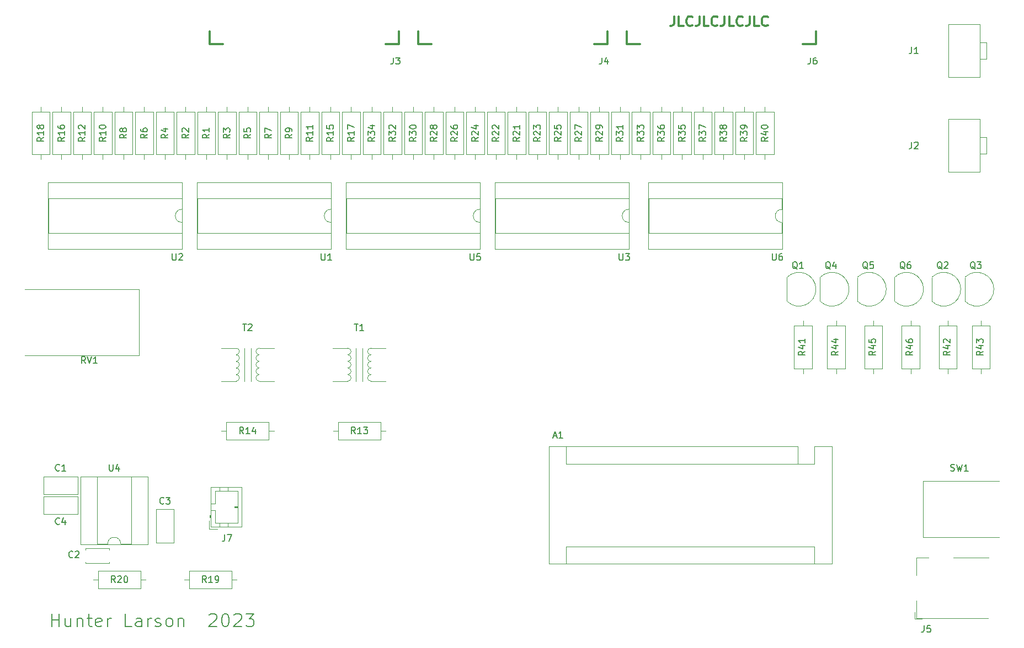
<source format=gto>
G04 #@! TF.GenerationSoftware,KiCad,Pcbnew,(5.1.9)-1*
G04 #@! TF.CreationDate,2023-03-31T17:31:40-07:00*
G04 #@! TF.ProjectId,ECE5 v2,45434535-2076-4322-9e6b-696361645f70,rev?*
G04 #@! TF.SameCoordinates,Original*
G04 #@! TF.FileFunction,Legend,Top*
G04 #@! TF.FilePolarity,Positive*
%FSLAX46Y46*%
G04 Gerber Fmt 4.6, Leading zero omitted, Abs format (unit mm)*
G04 Created by KiCad (PCBNEW (5.1.9)-1) date 2023-03-31 17:31:40*
%MOMM*%
%LPD*%
G01*
G04 APERTURE LIST*
%ADD10C,0.150000*%
%ADD11C,0.300000*%
%ADD12C,0.120000*%
%ADD13C,0.360000*%
%ADD14R,3.500000X3.500000*%
%ADD15O,1.600000X1.600000*%
%ADD16R,1.600000X1.600000*%
%ADD17C,1.600000*%
%ADD18C,1.524000*%
%ADD19R,1.524000X1.524000*%
%ADD20C,0.800000*%
%ADD21O,1.778000X1.270000*%
%ADD22O,1.270000X1.778000*%
%ADD23O,1.750000X1.200000*%
%ADD24R,1.500000X1.050000*%
%ADD25O,1.500000X1.050000*%
%ADD26C,1.762000*%
%ADD27C,3.070000*%
%ADD28O,1.662000X2.662000*%
G04 APERTURE END LIST*
D10*
X34208809Y-126789761D02*
X34208809Y-124789761D01*
X34208809Y-125742142D02*
X35351666Y-125742142D01*
X35351666Y-126789761D02*
X35351666Y-124789761D01*
X37161190Y-125456428D02*
X37161190Y-126789761D01*
X36304047Y-125456428D02*
X36304047Y-126504047D01*
X36399285Y-126694523D01*
X36589761Y-126789761D01*
X36875476Y-126789761D01*
X37065952Y-126694523D01*
X37161190Y-126599285D01*
X38113571Y-125456428D02*
X38113571Y-126789761D01*
X38113571Y-125646904D02*
X38208809Y-125551666D01*
X38399285Y-125456428D01*
X38685000Y-125456428D01*
X38875476Y-125551666D01*
X38970714Y-125742142D01*
X38970714Y-126789761D01*
X39637380Y-125456428D02*
X40399285Y-125456428D01*
X39923095Y-124789761D02*
X39923095Y-126504047D01*
X40018333Y-126694523D01*
X40208809Y-126789761D01*
X40399285Y-126789761D01*
X41827857Y-126694523D02*
X41637380Y-126789761D01*
X41256428Y-126789761D01*
X41065952Y-126694523D01*
X40970714Y-126504047D01*
X40970714Y-125742142D01*
X41065952Y-125551666D01*
X41256428Y-125456428D01*
X41637380Y-125456428D01*
X41827857Y-125551666D01*
X41923095Y-125742142D01*
X41923095Y-125932619D01*
X40970714Y-126123095D01*
X42780238Y-126789761D02*
X42780238Y-125456428D01*
X42780238Y-125837380D02*
X42875476Y-125646904D01*
X42970714Y-125551666D01*
X43161190Y-125456428D01*
X43351666Y-125456428D01*
X46494523Y-126789761D02*
X45542142Y-126789761D01*
X45542142Y-124789761D01*
X48018333Y-126789761D02*
X48018333Y-125742142D01*
X47923095Y-125551666D01*
X47732619Y-125456428D01*
X47351666Y-125456428D01*
X47161190Y-125551666D01*
X48018333Y-126694523D02*
X47827857Y-126789761D01*
X47351666Y-126789761D01*
X47161190Y-126694523D01*
X47065952Y-126504047D01*
X47065952Y-126313571D01*
X47161190Y-126123095D01*
X47351666Y-126027857D01*
X47827857Y-126027857D01*
X48018333Y-125932619D01*
X48970714Y-126789761D02*
X48970714Y-125456428D01*
X48970714Y-125837380D02*
X49065952Y-125646904D01*
X49161190Y-125551666D01*
X49351666Y-125456428D01*
X49542142Y-125456428D01*
X50113571Y-126694523D02*
X50304047Y-126789761D01*
X50685000Y-126789761D01*
X50875476Y-126694523D01*
X50970714Y-126504047D01*
X50970714Y-126408809D01*
X50875476Y-126218333D01*
X50685000Y-126123095D01*
X50399285Y-126123095D01*
X50208809Y-126027857D01*
X50113571Y-125837380D01*
X50113571Y-125742142D01*
X50208809Y-125551666D01*
X50399285Y-125456428D01*
X50685000Y-125456428D01*
X50875476Y-125551666D01*
X52113571Y-126789761D02*
X51923095Y-126694523D01*
X51827857Y-126599285D01*
X51732619Y-126408809D01*
X51732619Y-125837380D01*
X51827857Y-125646904D01*
X51923095Y-125551666D01*
X52113571Y-125456428D01*
X52399285Y-125456428D01*
X52589761Y-125551666D01*
X52685000Y-125646904D01*
X52780238Y-125837380D01*
X52780238Y-126408809D01*
X52685000Y-126599285D01*
X52589761Y-126694523D01*
X52399285Y-126789761D01*
X52113571Y-126789761D01*
X53637380Y-125456428D02*
X53637380Y-126789761D01*
X53637380Y-125646904D02*
X53732619Y-125551666D01*
X53923095Y-125456428D01*
X54208809Y-125456428D01*
X54399285Y-125551666D01*
X54494523Y-125742142D01*
X54494523Y-126789761D01*
X58399285Y-124980238D02*
X58494523Y-124885000D01*
X58685000Y-124789761D01*
X59161190Y-124789761D01*
X59351666Y-124885000D01*
X59446904Y-124980238D01*
X59542142Y-125170714D01*
X59542142Y-125361190D01*
X59446904Y-125646904D01*
X58304047Y-126789761D01*
X59542142Y-126789761D01*
X60780238Y-124789761D02*
X60970714Y-124789761D01*
X61161190Y-124885000D01*
X61256428Y-124980238D01*
X61351666Y-125170714D01*
X61446904Y-125551666D01*
X61446904Y-126027857D01*
X61351666Y-126408809D01*
X61256428Y-126599285D01*
X61161190Y-126694523D01*
X60970714Y-126789761D01*
X60780238Y-126789761D01*
X60589761Y-126694523D01*
X60494523Y-126599285D01*
X60399285Y-126408809D01*
X60304047Y-126027857D01*
X60304047Y-125551666D01*
X60399285Y-125170714D01*
X60494523Y-124980238D01*
X60589761Y-124885000D01*
X60780238Y-124789761D01*
X62208809Y-124980238D02*
X62304047Y-124885000D01*
X62494523Y-124789761D01*
X62970714Y-124789761D01*
X63161190Y-124885000D01*
X63256428Y-124980238D01*
X63351666Y-125170714D01*
X63351666Y-125361190D01*
X63256428Y-125646904D01*
X62113571Y-126789761D01*
X63351666Y-126789761D01*
X64018333Y-124789761D02*
X65256428Y-124789761D01*
X64589761Y-125551666D01*
X64875476Y-125551666D01*
X65065952Y-125646904D01*
X65161190Y-125742142D01*
X65256428Y-125932619D01*
X65256428Y-126408809D01*
X65161190Y-126599285D01*
X65065952Y-126694523D01*
X64875476Y-126789761D01*
X64304047Y-126789761D01*
X64113571Y-126694523D01*
X64018333Y-126599285D01*
D11*
X129751428Y-32988571D02*
X129751428Y-34060000D01*
X129680000Y-34274285D01*
X129537142Y-34417142D01*
X129322857Y-34488571D01*
X129180000Y-34488571D01*
X131180000Y-34488571D02*
X130465714Y-34488571D01*
X130465714Y-32988571D01*
X132537142Y-34345714D02*
X132465714Y-34417142D01*
X132251428Y-34488571D01*
X132108571Y-34488571D01*
X131894285Y-34417142D01*
X131751428Y-34274285D01*
X131680000Y-34131428D01*
X131608571Y-33845714D01*
X131608571Y-33631428D01*
X131680000Y-33345714D01*
X131751428Y-33202857D01*
X131894285Y-33060000D01*
X132108571Y-32988571D01*
X132251428Y-32988571D01*
X132465714Y-33060000D01*
X132537142Y-33131428D01*
X133608571Y-32988571D02*
X133608571Y-34060000D01*
X133537142Y-34274285D01*
X133394285Y-34417142D01*
X133180000Y-34488571D01*
X133037142Y-34488571D01*
X135037142Y-34488571D02*
X134322857Y-34488571D01*
X134322857Y-32988571D01*
X136394285Y-34345714D02*
X136322857Y-34417142D01*
X136108571Y-34488571D01*
X135965714Y-34488571D01*
X135751428Y-34417142D01*
X135608571Y-34274285D01*
X135537142Y-34131428D01*
X135465714Y-33845714D01*
X135465714Y-33631428D01*
X135537142Y-33345714D01*
X135608571Y-33202857D01*
X135751428Y-33060000D01*
X135965714Y-32988571D01*
X136108571Y-32988571D01*
X136322857Y-33060000D01*
X136394285Y-33131428D01*
X137465714Y-32988571D02*
X137465714Y-34060000D01*
X137394285Y-34274285D01*
X137251428Y-34417142D01*
X137037142Y-34488571D01*
X136894285Y-34488571D01*
X138894285Y-34488571D02*
X138180000Y-34488571D01*
X138180000Y-32988571D01*
X140251428Y-34345714D02*
X140180000Y-34417142D01*
X139965714Y-34488571D01*
X139822857Y-34488571D01*
X139608571Y-34417142D01*
X139465714Y-34274285D01*
X139394285Y-34131428D01*
X139322857Y-33845714D01*
X139322857Y-33631428D01*
X139394285Y-33345714D01*
X139465714Y-33202857D01*
X139608571Y-33060000D01*
X139822857Y-32988571D01*
X139965714Y-32988571D01*
X140180000Y-33060000D01*
X140251428Y-33131428D01*
X141322857Y-32988571D02*
X141322857Y-34060000D01*
X141251428Y-34274285D01*
X141108571Y-34417142D01*
X140894285Y-34488571D01*
X140751428Y-34488571D01*
X142751428Y-34488571D02*
X142037142Y-34488571D01*
X142037142Y-32988571D01*
X144108571Y-34345714D02*
X144037142Y-34417142D01*
X143822857Y-34488571D01*
X143680000Y-34488571D01*
X143465714Y-34417142D01*
X143322857Y-34274285D01*
X143251428Y-34131428D01*
X143180000Y-33845714D01*
X143180000Y-33631428D01*
X143251428Y-33345714D01*
X143322857Y-33202857D01*
X143465714Y-33060000D01*
X143680000Y-32988571D01*
X143822857Y-32988571D01*
X144037142Y-33060000D01*
X144108571Y-33131428D01*
D12*
X166695000Y-124555000D02*
X166695000Y-125605000D01*
X167745000Y-125605000D02*
X166695000Y-125605000D01*
X166895000Y-118905000D02*
X166895000Y-116205000D01*
X166895000Y-116205000D02*
X168795000Y-116205000D01*
X172621000Y-116169500D02*
X178018500Y-116169500D01*
X177955000Y-125440500D02*
X166906000Y-125440500D01*
X166906000Y-125440500D02*
X166906000Y-122773500D01*
X122770000Y-62655000D02*
X122770000Y-61005000D01*
X122770000Y-61005000D02*
X102330000Y-61005000D01*
X102330000Y-61005000D02*
X102330000Y-66305000D01*
X102330000Y-66305000D02*
X122770000Y-66305000D01*
X122770000Y-66305000D02*
X122770000Y-64655000D01*
X122830000Y-58515000D02*
X102270000Y-58515000D01*
X102270000Y-58515000D02*
X102270000Y-68795000D01*
X102270000Y-68795000D02*
X122830000Y-68795000D01*
X122830000Y-68795000D02*
X122830000Y-58515000D01*
X122770000Y-64655000D02*
G75*
G02*
X122770000Y-62655000I0J1000000D01*
G01*
X48645000Y-119535000D02*
X47875000Y-119535000D01*
X40565000Y-119535000D02*
X41335000Y-119535000D01*
X47875000Y-118165000D02*
X41335000Y-118165000D01*
X47875000Y-120905000D02*
X47875000Y-118165000D01*
X41335000Y-120905000D02*
X47875000Y-120905000D01*
X41335000Y-118165000D02*
X41335000Y-120905000D01*
X63782000Y-89055000D02*
X63782000Y-83975000D01*
X64798000Y-89055000D02*
X64798000Y-83975000D01*
X61750000Y-83975000D02*
X62512000Y-83975000D01*
X61750000Y-89055000D02*
X62512000Y-89055000D01*
X60226000Y-89055000D02*
X61750000Y-89055000D01*
X60226000Y-83975000D02*
X61750000Y-83975000D01*
X66830000Y-83975000D02*
X66068000Y-83975000D01*
X66830000Y-89055000D02*
X66068000Y-89055000D01*
X68354000Y-83975000D02*
X66830000Y-83975000D01*
X68354000Y-89055000D02*
X66830000Y-89055000D01*
X62512000Y-89055000D02*
G75*
G03*
X62512000Y-88039000I0J508000D01*
G01*
X62512000Y-88039000D02*
G75*
G03*
X62512000Y-87023000I0J508000D01*
G01*
X62512000Y-86007000D02*
G75*
G03*
X62512000Y-84991000I0J508000D01*
G01*
X62512000Y-83975000D02*
G75*
G02*
X62512000Y-84991000I0J-508000D01*
G01*
X62512000Y-87023000D02*
G75*
G03*
X62512000Y-86007000I0J508000D01*
G01*
X66068000Y-83975000D02*
G75*
G03*
X66068000Y-84991000I0J-508000D01*
G01*
X66068000Y-84991000D02*
G75*
G03*
X66068000Y-86007000I0J-508000D01*
G01*
X66068000Y-86007000D02*
G75*
G03*
X66068000Y-87023000I0J-508000D01*
G01*
X66068000Y-87023000D02*
G75*
G03*
X66068000Y-88039000I0J-508000D01*
G01*
X66068000Y-89055000D02*
G75*
G02*
X66068000Y-88039000I0J508000D01*
G01*
X153955000Y-117125000D02*
X153955000Y-99085000D01*
X110515000Y-117125000D02*
X153955000Y-117125000D01*
X110515000Y-99085000D02*
X110515000Y-117125000D01*
X113185000Y-101755000D02*
X113185000Y-99085000D01*
X148745000Y-101755000D02*
X113185000Y-101755000D01*
X148745000Y-101755000D02*
X148745000Y-99085000D01*
X113185000Y-114455000D02*
X113185000Y-117125000D01*
X151285000Y-114455000D02*
X113185000Y-114455000D01*
X151285000Y-114455000D02*
X151285000Y-117125000D01*
X153955000Y-99085000D02*
X151285000Y-99085000D01*
X148745000Y-99085000D02*
X110515000Y-99085000D01*
X151285000Y-101755000D02*
X151285000Y-99085000D01*
X148745000Y-101755000D02*
X151285000Y-101755000D01*
X32960000Y-106455000D02*
X32960000Y-103715000D01*
X38200000Y-106455000D02*
X38200000Y-103715000D01*
X38200000Y-103715000D02*
X32960000Y-103715000D01*
X38200000Y-106455000D02*
X32960000Y-106455000D01*
X43075000Y-116805000D02*
X43075000Y-117050000D01*
X43075000Y-114710000D02*
X43075000Y-114955000D01*
X39435000Y-116805000D02*
X39435000Y-117050000D01*
X39435000Y-114710000D02*
X39435000Y-114955000D01*
X39435000Y-117050000D02*
X43075000Y-117050000D01*
X39435000Y-114710000D02*
X43075000Y-114710000D01*
X50220000Y-113920000D02*
X50220000Y-108680000D01*
X52960000Y-113920000D02*
X52960000Y-108680000D01*
X50220000Y-113920000D02*
X52960000Y-113920000D01*
X50220000Y-108680000D02*
X52960000Y-108680000D01*
X32960000Y-109475000D02*
X32960000Y-106735000D01*
X38200000Y-109475000D02*
X38200000Y-106735000D01*
X38200000Y-106735000D02*
X32960000Y-106735000D01*
X38200000Y-109475000D02*
X32960000Y-109475000D01*
X177701000Y-36985000D02*
X176685000Y-36985000D01*
X177701000Y-39525000D02*
X177701000Y-36985000D01*
X176685000Y-39525000D02*
X177701000Y-39525000D01*
X176685000Y-42319000D02*
X171859000Y-42319000D01*
X176685000Y-34191000D02*
X176685000Y-42319000D01*
X171859000Y-34191000D02*
X176685000Y-34191000D01*
X171859000Y-42319000D02*
X171859000Y-34191000D01*
X171859000Y-56924000D02*
X171859000Y-48796000D01*
X171859000Y-48796000D02*
X176685000Y-48796000D01*
X176685000Y-48796000D02*
X176685000Y-56924000D01*
X176685000Y-56924000D02*
X171859000Y-56924000D01*
X176685000Y-54130000D02*
X177701000Y-54130000D01*
X177701000Y-54130000D02*
X177701000Y-51590000D01*
X177701000Y-51590000D02*
X176685000Y-51590000D01*
D13*
X85499914Y-37300000D02*
X87499914Y-37300000D01*
X87499914Y-35300000D02*
X87499914Y-37300000D01*
X58499914Y-37300000D02*
X60499914Y-37300000D01*
X58499914Y-35300000D02*
X58499914Y-37300000D01*
X117500000Y-37300000D02*
X119500000Y-37300000D01*
X119500000Y-35300000D02*
X119500000Y-37300000D01*
X90500000Y-37300000D02*
X92500000Y-37300000D01*
X90500000Y-35300000D02*
X90500000Y-37300000D01*
X122500086Y-35300000D02*
X122500086Y-37300000D01*
X122500086Y-37300000D02*
X124500086Y-37300000D01*
X151500086Y-35300000D02*
X151500086Y-37300000D01*
X149500086Y-37300000D02*
X151500086Y-37300000D01*
D12*
X58370000Y-111735000D02*
X59620000Y-111735000D01*
X58370000Y-110485000D02*
X58370000Y-111735000D01*
X62780000Y-108375000D02*
X62280000Y-108375000D01*
X62280000Y-108275000D02*
X62780000Y-108275000D01*
X62280000Y-108475000D02*
X62280000Y-108275000D01*
X62780000Y-108475000D02*
X62280000Y-108475000D01*
X61280000Y-105315000D02*
X61280000Y-105925000D01*
X59980000Y-105315000D02*
X59980000Y-105925000D01*
X61280000Y-111435000D02*
X61280000Y-110825000D01*
X59980000Y-111435000D02*
X59980000Y-110825000D01*
X59280000Y-107875000D02*
X58670000Y-107875000D01*
X59280000Y-105925000D02*
X59280000Y-107875000D01*
X62780000Y-105925000D02*
X59280000Y-105925000D01*
X62780000Y-110825000D02*
X62780000Y-105925000D01*
X59280000Y-110825000D02*
X62780000Y-110825000D01*
X59280000Y-108875000D02*
X59280000Y-110825000D01*
X58670000Y-108875000D02*
X59280000Y-108875000D01*
X58570000Y-109675000D02*
X58570000Y-109975000D01*
X58470000Y-109975000D02*
X58670000Y-109975000D01*
X58470000Y-109675000D02*
X58470000Y-109975000D01*
X58670000Y-109675000D02*
X58470000Y-109675000D01*
X58670000Y-105315000D02*
X58670000Y-111435000D01*
X63390000Y-105315000D02*
X58670000Y-105315000D01*
X63390000Y-111435000D02*
X63390000Y-105315000D01*
X58670000Y-111435000D02*
X63390000Y-111435000D01*
X147050000Y-73130000D02*
X147050000Y-76730000D01*
X147061522Y-76768478D02*
G75*
G03*
X151500000Y-74930000I1838478J1838478D01*
G01*
X147061522Y-73091522D02*
G75*
G02*
X151500000Y-74930000I1838478J-1838478D01*
G01*
X169275000Y-73130000D02*
X169275000Y-76730000D01*
X169286522Y-76768478D02*
G75*
G03*
X173725000Y-74930000I1838478J1838478D01*
G01*
X169286522Y-73091522D02*
G75*
G02*
X173725000Y-74930000I1838478J-1838478D01*
G01*
X174355000Y-73130000D02*
X174355000Y-76730000D01*
X174366522Y-73091522D02*
G75*
G02*
X178805000Y-74930000I1838478J-1838478D01*
G01*
X174366522Y-76768478D02*
G75*
G03*
X178805000Y-74930000I1838478J1838478D01*
G01*
X152130000Y-73130000D02*
X152130000Y-76730000D01*
X152141522Y-73091522D02*
G75*
G02*
X156580000Y-74930000I1838478J-1838478D01*
G01*
X152141522Y-76768478D02*
G75*
G03*
X156580000Y-74930000I1838478J1838478D01*
G01*
X157845000Y-73130000D02*
X157845000Y-76730000D01*
X157856522Y-76768478D02*
G75*
G03*
X162295000Y-74930000I1838478J1838478D01*
G01*
X157856522Y-73091522D02*
G75*
G02*
X162295000Y-74930000I1838478J-1838478D01*
G01*
X163560000Y-73130000D02*
X163560000Y-76730000D01*
X163571522Y-73091522D02*
G75*
G02*
X168010000Y-74930000I1838478J-1838478D01*
G01*
X163571522Y-76768478D02*
G75*
G03*
X168010000Y-74930000I1838478J1838478D01*
G01*
X57940000Y-46915000D02*
X57940000Y-47685000D01*
X57940000Y-54995000D02*
X57940000Y-54225000D01*
X56570000Y-47685000D02*
X56570000Y-54225000D01*
X59310000Y-47685000D02*
X56570000Y-47685000D01*
X59310000Y-54225000D02*
X59310000Y-47685000D01*
X56570000Y-54225000D02*
X59310000Y-54225000D01*
X56135000Y-47685000D02*
X53395000Y-47685000D01*
X53395000Y-47685000D02*
X53395000Y-54225000D01*
X53395000Y-54225000D02*
X56135000Y-54225000D01*
X56135000Y-54225000D02*
X56135000Y-47685000D01*
X54765000Y-46915000D02*
X54765000Y-47685000D01*
X54765000Y-54995000D02*
X54765000Y-54225000D01*
X59745000Y-54225000D02*
X62485000Y-54225000D01*
X62485000Y-54225000D02*
X62485000Y-47685000D01*
X62485000Y-47685000D02*
X59745000Y-47685000D01*
X59745000Y-47685000D02*
X59745000Y-54225000D01*
X61115000Y-54995000D02*
X61115000Y-54225000D01*
X61115000Y-46915000D02*
X61115000Y-47685000D01*
X52960000Y-47685000D02*
X50220000Y-47685000D01*
X50220000Y-47685000D02*
X50220000Y-54225000D01*
X50220000Y-54225000D02*
X52960000Y-54225000D01*
X52960000Y-54225000D02*
X52960000Y-47685000D01*
X51590000Y-46915000D02*
X51590000Y-47685000D01*
X51590000Y-54995000D02*
X51590000Y-54225000D01*
X64290000Y-46915000D02*
X64290000Y-47685000D01*
X64290000Y-54995000D02*
X64290000Y-54225000D01*
X62920000Y-47685000D02*
X62920000Y-54225000D01*
X65660000Y-47685000D02*
X62920000Y-47685000D01*
X65660000Y-54225000D02*
X65660000Y-47685000D01*
X62920000Y-54225000D02*
X65660000Y-54225000D01*
X48415000Y-54995000D02*
X48415000Y-54225000D01*
X48415000Y-46915000D02*
X48415000Y-47685000D01*
X49785000Y-54225000D02*
X49785000Y-47685000D01*
X47045000Y-54225000D02*
X49785000Y-54225000D01*
X47045000Y-47685000D02*
X47045000Y-54225000D01*
X49785000Y-47685000D02*
X47045000Y-47685000D01*
X66095000Y-54225000D02*
X68835000Y-54225000D01*
X68835000Y-54225000D02*
X68835000Y-47685000D01*
X68835000Y-47685000D02*
X66095000Y-47685000D01*
X66095000Y-47685000D02*
X66095000Y-54225000D01*
X67465000Y-54995000D02*
X67465000Y-54225000D01*
X67465000Y-46915000D02*
X67465000Y-47685000D01*
X46610000Y-47685000D02*
X43870000Y-47685000D01*
X43870000Y-47685000D02*
X43870000Y-54225000D01*
X43870000Y-54225000D02*
X46610000Y-54225000D01*
X46610000Y-54225000D02*
X46610000Y-47685000D01*
X45240000Y-46915000D02*
X45240000Y-47685000D01*
X45240000Y-54995000D02*
X45240000Y-54225000D01*
X70640000Y-46915000D02*
X70640000Y-47685000D01*
X70640000Y-54995000D02*
X70640000Y-54225000D01*
X69270000Y-47685000D02*
X69270000Y-54225000D01*
X72010000Y-47685000D02*
X69270000Y-47685000D01*
X72010000Y-54225000D02*
X72010000Y-47685000D01*
X69270000Y-54225000D02*
X72010000Y-54225000D01*
X42065000Y-54995000D02*
X42065000Y-54225000D01*
X42065000Y-46915000D02*
X42065000Y-47685000D01*
X43435000Y-54225000D02*
X43435000Y-47685000D01*
X40695000Y-54225000D02*
X43435000Y-54225000D01*
X40695000Y-47685000D02*
X40695000Y-54225000D01*
X43435000Y-47685000D02*
X40695000Y-47685000D01*
X72445000Y-54225000D02*
X75185000Y-54225000D01*
X75185000Y-54225000D02*
X75185000Y-47685000D01*
X75185000Y-47685000D02*
X72445000Y-47685000D01*
X72445000Y-47685000D02*
X72445000Y-54225000D01*
X73815000Y-54995000D02*
X73815000Y-54225000D01*
X73815000Y-46915000D02*
X73815000Y-47685000D01*
X40260000Y-47685000D02*
X37520000Y-47685000D01*
X37520000Y-47685000D02*
X37520000Y-54225000D01*
X37520000Y-54225000D02*
X40260000Y-54225000D01*
X40260000Y-54225000D02*
X40260000Y-47685000D01*
X38890000Y-46915000D02*
X38890000Y-47685000D01*
X38890000Y-54995000D02*
X38890000Y-54225000D01*
X85475000Y-96675000D02*
X84705000Y-96675000D01*
X77395000Y-96675000D02*
X78165000Y-96675000D01*
X84705000Y-95305000D02*
X78165000Y-95305000D01*
X84705000Y-98045000D02*
X84705000Y-95305000D01*
X78165000Y-98045000D02*
X84705000Y-98045000D01*
X78165000Y-95305000D02*
X78165000Y-98045000D01*
X67560000Y-98045000D02*
X67560000Y-95305000D01*
X67560000Y-95305000D02*
X61020000Y-95305000D01*
X61020000Y-95305000D02*
X61020000Y-98045000D01*
X61020000Y-98045000D02*
X67560000Y-98045000D01*
X68330000Y-96675000D02*
X67560000Y-96675000D01*
X60250000Y-96675000D02*
X61020000Y-96675000D01*
X76990000Y-46915000D02*
X76990000Y-47685000D01*
X76990000Y-54995000D02*
X76990000Y-54225000D01*
X75620000Y-47685000D02*
X75620000Y-54225000D01*
X78360000Y-47685000D02*
X75620000Y-47685000D01*
X78360000Y-54225000D02*
X78360000Y-47685000D01*
X75620000Y-54225000D02*
X78360000Y-54225000D01*
X35715000Y-54995000D02*
X35715000Y-54225000D01*
X35715000Y-46915000D02*
X35715000Y-47685000D01*
X37085000Y-54225000D02*
X37085000Y-47685000D01*
X34345000Y-54225000D02*
X37085000Y-54225000D01*
X34345000Y-47685000D02*
X34345000Y-54225000D01*
X37085000Y-47685000D02*
X34345000Y-47685000D01*
X78795000Y-54225000D02*
X81535000Y-54225000D01*
X81535000Y-54225000D02*
X81535000Y-47685000D01*
X81535000Y-47685000D02*
X78795000Y-47685000D01*
X78795000Y-47685000D02*
X78795000Y-54225000D01*
X80165000Y-54995000D02*
X80165000Y-54225000D01*
X80165000Y-46915000D02*
X80165000Y-47685000D01*
X33910000Y-47685000D02*
X31170000Y-47685000D01*
X31170000Y-47685000D02*
X31170000Y-54225000D01*
X31170000Y-54225000D02*
X33910000Y-54225000D01*
X33910000Y-54225000D02*
X33910000Y-47685000D01*
X32540000Y-46915000D02*
X32540000Y-47685000D01*
X32540000Y-54995000D02*
X32540000Y-54225000D01*
X54535000Y-119535000D02*
X55305000Y-119535000D01*
X62615000Y-119535000D02*
X61845000Y-119535000D01*
X55305000Y-120905000D02*
X61845000Y-120905000D01*
X55305000Y-118165000D02*
X55305000Y-120905000D01*
X61845000Y-118165000D02*
X55305000Y-118165000D01*
X61845000Y-120905000D02*
X61845000Y-118165000D01*
X104195000Y-54225000D02*
X106935000Y-54225000D01*
X106935000Y-54225000D02*
X106935000Y-47685000D01*
X106935000Y-47685000D02*
X104195000Y-47685000D01*
X104195000Y-47685000D02*
X104195000Y-54225000D01*
X105565000Y-54995000D02*
X105565000Y-54225000D01*
X105565000Y-46915000D02*
X105565000Y-47685000D01*
X102390000Y-54995000D02*
X102390000Y-54225000D01*
X102390000Y-46915000D02*
X102390000Y-47685000D01*
X103760000Y-54225000D02*
X103760000Y-47685000D01*
X101020000Y-54225000D02*
X103760000Y-54225000D01*
X101020000Y-47685000D02*
X101020000Y-54225000D01*
X103760000Y-47685000D02*
X101020000Y-47685000D01*
X108740000Y-46915000D02*
X108740000Y-47685000D01*
X108740000Y-54995000D02*
X108740000Y-54225000D01*
X107370000Y-47685000D02*
X107370000Y-54225000D01*
X110110000Y-47685000D02*
X107370000Y-47685000D01*
X110110000Y-54225000D02*
X110110000Y-47685000D01*
X107370000Y-54225000D02*
X110110000Y-54225000D01*
X99215000Y-54995000D02*
X99215000Y-54225000D01*
X99215000Y-46915000D02*
X99215000Y-47685000D01*
X100585000Y-54225000D02*
X100585000Y-47685000D01*
X97845000Y-54225000D02*
X100585000Y-54225000D01*
X97845000Y-47685000D02*
X97845000Y-54225000D01*
X100585000Y-47685000D02*
X97845000Y-47685000D01*
X111915000Y-46915000D02*
X111915000Y-47685000D01*
X111915000Y-54995000D02*
X111915000Y-54225000D01*
X110545000Y-47685000D02*
X110545000Y-54225000D01*
X113285000Y-47685000D02*
X110545000Y-47685000D01*
X113285000Y-54225000D02*
X113285000Y-47685000D01*
X110545000Y-54225000D02*
X113285000Y-54225000D01*
X96040000Y-54995000D02*
X96040000Y-54225000D01*
X96040000Y-46915000D02*
X96040000Y-47685000D01*
X97410000Y-54225000D02*
X97410000Y-47685000D01*
X94670000Y-54225000D02*
X97410000Y-54225000D01*
X94670000Y-47685000D02*
X94670000Y-54225000D01*
X97410000Y-47685000D02*
X94670000Y-47685000D01*
X113720000Y-54225000D02*
X116460000Y-54225000D01*
X116460000Y-54225000D02*
X116460000Y-47685000D01*
X116460000Y-47685000D02*
X113720000Y-47685000D01*
X113720000Y-47685000D02*
X113720000Y-54225000D01*
X115090000Y-54995000D02*
X115090000Y-54225000D01*
X115090000Y-46915000D02*
X115090000Y-47685000D01*
X94235000Y-47685000D02*
X91495000Y-47685000D01*
X91495000Y-47685000D02*
X91495000Y-54225000D01*
X91495000Y-54225000D02*
X94235000Y-54225000D01*
X94235000Y-54225000D02*
X94235000Y-47685000D01*
X92865000Y-46915000D02*
X92865000Y-47685000D01*
X92865000Y-54995000D02*
X92865000Y-54225000D01*
X116895000Y-54225000D02*
X119635000Y-54225000D01*
X119635000Y-54225000D02*
X119635000Y-47685000D01*
X119635000Y-47685000D02*
X116895000Y-47685000D01*
X116895000Y-47685000D02*
X116895000Y-54225000D01*
X118265000Y-54995000D02*
X118265000Y-54225000D01*
X118265000Y-46915000D02*
X118265000Y-47685000D01*
X91060000Y-47685000D02*
X88320000Y-47685000D01*
X88320000Y-47685000D02*
X88320000Y-54225000D01*
X88320000Y-54225000D02*
X91060000Y-54225000D01*
X91060000Y-54225000D02*
X91060000Y-47685000D01*
X89690000Y-46915000D02*
X89690000Y-47685000D01*
X89690000Y-54995000D02*
X89690000Y-54225000D01*
X121440000Y-46915000D02*
X121440000Y-47685000D01*
X121440000Y-54995000D02*
X121440000Y-54225000D01*
X120070000Y-47685000D02*
X120070000Y-54225000D01*
X122810000Y-47685000D02*
X120070000Y-47685000D01*
X122810000Y-54225000D02*
X122810000Y-47685000D01*
X120070000Y-54225000D02*
X122810000Y-54225000D01*
X87885000Y-47685000D02*
X85145000Y-47685000D01*
X85145000Y-47685000D02*
X85145000Y-54225000D01*
X85145000Y-54225000D02*
X87885000Y-54225000D01*
X87885000Y-54225000D02*
X87885000Y-47685000D01*
X86515000Y-46915000D02*
X86515000Y-47685000D01*
X86515000Y-54995000D02*
X86515000Y-54225000D01*
X123245000Y-54225000D02*
X125985000Y-54225000D01*
X125985000Y-54225000D02*
X125985000Y-47685000D01*
X125985000Y-47685000D02*
X123245000Y-47685000D01*
X123245000Y-47685000D02*
X123245000Y-54225000D01*
X124615000Y-54995000D02*
X124615000Y-54225000D01*
X124615000Y-46915000D02*
X124615000Y-47685000D01*
X83340000Y-54995000D02*
X83340000Y-54225000D01*
X83340000Y-46915000D02*
X83340000Y-47685000D01*
X84710000Y-54225000D02*
X84710000Y-47685000D01*
X81970000Y-54225000D02*
X84710000Y-54225000D01*
X81970000Y-47685000D02*
X81970000Y-54225000D01*
X84710000Y-47685000D02*
X81970000Y-47685000D01*
X129595000Y-54225000D02*
X132335000Y-54225000D01*
X132335000Y-54225000D02*
X132335000Y-47685000D01*
X132335000Y-47685000D02*
X129595000Y-47685000D01*
X129595000Y-47685000D02*
X129595000Y-54225000D01*
X130965000Y-54995000D02*
X130965000Y-54225000D01*
X130965000Y-46915000D02*
X130965000Y-47685000D01*
X129160000Y-47685000D02*
X126420000Y-47685000D01*
X126420000Y-47685000D02*
X126420000Y-54225000D01*
X126420000Y-54225000D02*
X129160000Y-54225000D01*
X129160000Y-54225000D02*
X129160000Y-47685000D01*
X127790000Y-46915000D02*
X127790000Y-47685000D01*
X127790000Y-54995000D02*
X127790000Y-54225000D01*
X134140000Y-46915000D02*
X134140000Y-47685000D01*
X134140000Y-54995000D02*
X134140000Y-54225000D01*
X132770000Y-47685000D02*
X132770000Y-54225000D01*
X135510000Y-47685000D02*
X132770000Y-47685000D01*
X135510000Y-54225000D02*
X135510000Y-47685000D01*
X132770000Y-54225000D02*
X135510000Y-54225000D01*
X137315000Y-54995000D02*
X137315000Y-54225000D01*
X137315000Y-46915000D02*
X137315000Y-47685000D01*
X138685000Y-54225000D02*
X138685000Y-47685000D01*
X135945000Y-54225000D02*
X138685000Y-54225000D01*
X135945000Y-47685000D02*
X135945000Y-54225000D01*
X138685000Y-47685000D02*
X135945000Y-47685000D01*
X139120000Y-54225000D02*
X141860000Y-54225000D01*
X141860000Y-54225000D02*
X141860000Y-47685000D01*
X141860000Y-47685000D02*
X139120000Y-47685000D01*
X139120000Y-47685000D02*
X139120000Y-54225000D01*
X140490000Y-54995000D02*
X140490000Y-54225000D01*
X140490000Y-46915000D02*
X140490000Y-47685000D01*
X145035000Y-47685000D02*
X142295000Y-47685000D01*
X142295000Y-47685000D02*
X142295000Y-54225000D01*
X142295000Y-54225000D02*
X145035000Y-54225000D01*
X145035000Y-54225000D02*
X145035000Y-47685000D01*
X143665000Y-46915000D02*
X143665000Y-47685000D01*
X143665000Y-54995000D02*
X143665000Y-54225000D01*
X149535000Y-87860000D02*
X149535000Y-87090000D01*
X149535000Y-79780000D02*
X149535000Y-80550000D01*
X150905000Y-87090000D02*
X150905000Y-80550000D01*
X148165000Y-87090000D02*
X150905000Y-87090000D01*
X148165000Y-80550000D02*
X148165000Y-87090000D01*
X150905000Y-80550000D02*
X148165000Y-80550000D01*
X173130000Y-80550000D02*
X170390000Y-80550000D01*
X170390000Y-80550000D02*
X170390000Y-87090000D01*
X170390000Y-87090000D02*
X173130000Y-87090000D01*
X173130000Y-87090000D02*
X173130000Y-80550000D01*
X171760000Y-79780000D02*
X171760000Y-80550000D01*
X171760000Y-87860000D02*
X171760000Y-87090000D01*
X176840000Y-87860000D02*
X176840000Y-87090000D01*
X176840000Y-79780000D02*
X176840000Y-80550000D01*
X178210000Y-87090000D02*
X178210000Y-80550000D01*
X175470000Y-87090000D02*
X178210000Y-87090000D01*
X175470000Y-80550000D02*
X175470000Y-87090000D01*
X178210000Y-80550000D02*
X175470000Y-80550000D01*
X154615000Y-87860000D02*
X154615000Y-87090000D01*
X154615000Y-79780000D02*
X154615000Y-80550000D01*
X155985000Y-87090000D02*
X155985000Y-80550000D01*
X153245000Y-87090000D02*
X155985000Y-87090000D01*
X153245000Y-80550000D02*
X153245000Y-87090000D01*
X155985000Y-80550000D02*
X153245000Y-80550000D01*
X161700000Y-80550000D02*
X158960000Y-80550000D01*
X158960000Y-80550000D02*
X158960000Y-87090000D01*
X158960000Y-87090000D02*
X161700000Y-87090000D01*
X161700000Y-87090000D02*
X161700000Y-80550000D01*
X160330000Y-79780000D02*
X160330000Y-80550000D01*
X160330000Y-87860000D02*
X160330000Y-87090000D01*
X166045000Y-87860000D02*
X166045000Y-87090000D01*
X166045000Y-79780000D02*
X166045000Y-80550000D01*
X167415000Y-87090000D02*
X167415000Y-80550000D01*
X164675000Y-87090000D02*
X167415000Y-87090000D01*
X164675000Y-80550000D02*
X164675000Y-87090000D01*
X167415000Y-80550000D02*
X164675000Y-80550000D01*
X47614900Y-74919900D02*
X30088900Y-74919900D01*
X47614900Y-85079900D02*
X47614900Y-74919900D01*
X30088900Y-85079900D02*
X47614900Y-85079900D01*
X168176000Y-113058000D02*
X167922000Y-113058000D01*
X167922000Y-104422000D02*
X168176000Y-104422000D01*
X167922000Y-113058000D02*
X167922000Y-104422000D01*
X168176000Y-104422000D02*
X179606000Y-104422000D01*
X179606000Y-113058000D02*
X168176000Y-113058000D01*
X85499000Y-89055000D02*
X83975000Y-89055000D01*
X85499000Y-83975000D02*
X83975000Y-83975000D01*
X83975000Y-89055000D02*
X83213000Y-89055000D01*
X83975000Y-83975000D02*
X83213000Y-83975000D01*
X77371000Y-83975000D02*
X78895000Y-83975000D01*
X77371000Y-89055000D02*
X78895000Y-89055000D01*
X78895000Y-89055000D02*
X79657000Y-89055000D01*
X78895000Y-83975000D02*
X79657000Y-83975000D01*
X81943000Y-89055000D02*
X81943000Y-83975000D01*
X80927000Y-89055000D02*
X80927000Y-83975000D01*
X83213000Y-89055000D02*
G75*
G02*
X83213000Y-88039000I0J508000D01*
G01*
X83213000Y-87023000D02*
G75*
G03*
X83213000Y-88039000I0J-508000D01*
G01*
X83213000Y-86007000D02*
G75*
G03*
X83213000Y-87023000I0J-508000D01*
G01*
X83213000Y-84991000D02*
G75*
G03*
X83213000Y-86007000I0J-508000D01*
G01*
X83213000Y-83975000D02*
G75*
G03*
X83213000Y-84991000I0J-508000D01*
G01*
X79657000Y-87023000D02*
G75*
G03*
X79657000Y-86007000I0J508000D01*
G01*
X79657000Y-83975000D02*
G75*
G02*
X79657000Y-84991000I0J-508000D01*
G01*
X79657000Y-86007000D02*
G75*
G03*
X79657000Y-84991000I0J508000D01*
G01*
X79657000Y-88039000D02*
G75*
G03*
X79657000Y-87023000I0J508000D01*
G01*
X79657000Y-89055000D02*
G75*
G03*
X79657000Y-88039000I0J508000D01*
G01*
X77110000Y-68795000D02*
X77110000Y-58515000D01*
X56550000Y-68795000D02*
X77110000Y-68795000D01*
X56550000Y-58515000D02*
X56550000Y-68795000D01*
X77110000Y-58515000D02*
X56550000Y-58515000D01*
X77050000Y-66305000D02*
X77050000Y-64655000D01*
X56610000Y-66305000D02*
X77050000Y-66305000D01*
X56610000Y-61005000D02*
X56610000Y-66305000D01*
X77050000Y-61005000D02*
X56610000Y-61005000D01*
X77050000Y-62655000D02*
X77050000Y-61005000D01*
X77050000Y-64655000D02*
G75*
G02*
X77050000Y-62655000I0J1000000D01*
G01*
X54190000Y-62655000D02*
X54190000Y-61005000D01*
X54190000Y-61005000D02*
X33750000Y-61005000D01*
X33750000Y-61005000D02*
X33750000Y-66305000D01*
X33750000Y-66305000D02*
X54190000Y-66305000D01*
X54190000Y-66305000D02*
X54190000Y-64655000D01*
X54250000Y-58515000D02*
X33690000Y-58515000D01*
X33690000Y-58515000D02*
X33690000Y-68795000D01*
X33690000Y-68795000D02*
X54250000Y-68795000D01*
X54250000Y-68795000D02*
X54250000Y-58515000D01*
X54190000Y-64655000D02*
G75*
G02*
X54190000Y-62655000I0J1000000D01*
G01*
X38675000Y-114095000D02*
X48955000Y-114095000D01*
X38675000Y-103695000D02*
X38675000Y-114095000D01*
X48955000Y-103695000D02*
X38675000Y-103695000D01*
X48955000Y-114095000D02*
X48955000Y-103695000D01*
X41165000Y-114035000D02*
X42815000Y-114035000D01*
X41165000Y-103755000D02*
X41165000Y-114035000D01*
X46465000Y-103755000D02*
X41165000Y-103755000D01*
X46465000Y-114035000D02*
X46465000Y-103755000D01*
X44815000Y-114035000D02*
X46465000Y-114035000D01*
X42815000Y-114035000D02*
G75*
G02*
X44815000Y-114035000I1000000J0D01*
G01*
X99970000Y-68795000D02*
X99970000Y-58515000D01*
X79410000Y-68795000D02*
X99970000Y-68795000D01*
X79410000Y-58515000D02*
X79410000Y-68795000D01*
X99970000Y-58515000D02*
X79410000Y-58515000D01*
X99910000Y-66305000D02*
X99910000Y-64655000D01*
X79470000Y-66305000D02*
X99910000Y-66305000D01*
X79470000Y-61005000D02*
X79470000Y-66305000D01*
X99910000Y-61005000D02*
X79470000Y-61005000D01*
X99910000Y-62655000D02*
X99910000Y-61005000D01*
X99910000Y-64655000D02*
G75*
G02*
X99910000Y-62655000I0J1000000D01*
G01*
X146325000Y-68795000D02*
X146325000Y-58515000D01*
X125765000Y-68795000D02*
X146325000Y-68795000D01*
X125765000Y-58515000D02*
X125765000Y-68795000D01*
X146325000Y-58515000D02*
X125765000Y-58515000D01*
X146265000Y-66305000D02*
X146265000Y-64655000D01*
X125825000Y-66305000D02*
X146265000Y-66305000D01*
X125825000Y-61005000D02*
X125825000Y-66305000D01*
X146265000Y-61005000D02*
X125825000Y-61005000D01*
X146265000Y-62655000D02*
X146265000Y-61005000D01*
X146265000Y-64655000D02*
G75*
G02*
X146265000Y-62655000I0J1000000D01*
G01*
D10*
X168096666Y-126607380D02*
X168096666Y-127321666D01*
X168049047Y-127464523D01*
X167953809Y-127559761D01*
X167810952Y-127607380D01*
X167715714Y-127607380D01*
X169049047Y-126607380D02*
X168572857Y-126607380D01*
X168525238Y-127083571D01*
X168572857Y-127035952D01*
X168668095Y-126988333D01*
X168906190Y-126988333D01*
X169001428Y-127035952D01*
X169049047Y-127083571D01*
X169096666Y-127178809D01*
X169096666Y-127416904D01*
X169049047Y-127512142D01*
X169001428Y-127559761D01*
X168906190Y-127607380D01*
X168668095Y-127607380D01*
X168572857Y-127559761D01*
X168525238Y-127512142D01*
X121313095Y-69457380D02*
X121313095Y-70266904D01*
X121360714Y-70362142D01*
X121408333Y-70409761D01*
X121503571Y-70457380D01*
X121694047Y-70457380D01*
X121789285Y-70409761D01*
X121836904Y-70362142D01*
X121884523Y-70266904D01*
X121884523Y-69457380D01*
X122265476Y-69457380D02*
X122884523Y-69457380D01*
X122551190Y-69838333D01*
X122694047Y-69838333D01*
X122789285Y-69885952D01*
X122836904Y-69933571D01*
X122884523Y-70028809D01*
X122884523Y-70266904D01*
X122836904Y-70362142D01*
X122789285Y-70409761D01*
X122694047Y-70457380D01*
X122408333Y-70457380D01*
X122313095Y-70409761D01*
X122265476Y-70362142D01*
X43962142Y-119987380D02*
X43628809Y-119511190D01*
X43390714Y-119987380D02*
X43390714Y-118987380D01*
X43771666Y-118987380D01*
X43866904Y-119035000D01*
X43914523Y-119082619D01*
X43962142Y-119177857D01*
X43962142Y-119320714D01*
X43914523Y-119415952D01*
X43866904Y-119463571D01*
X43771666Y-119511190D01*
X43390714Y-119511190D01*
X44343095Y-119082619D02*
X44390714Y-119035000D01*
X44485952Y-118987380D01*
X44724047Y-118987380D01*
X44819285Y-119035000D01*
X44866904Y-119082619D01*
X44914523Y-119177857D01*
X44914523Y-119273095D01*
X44866904Y-119415952D01*
X44295476Y-119987380D01*
X44914523Y-119987380D01*
X45533571Y-118987380D02*
X45628809Y-118987380D01*
X45724047Y-119035000D01*
X45771666Y-119082619D01*
X45819285Y-119177857D01*
X45866904Y-119368333D01*
X45866904Y-119606428D01*
X45819285Y-119796904D01*
X45771666Y-119892142D01*
X45724047Y-119939761D01*
X45628809Y-119987380D01*
X45533571Y-119987380D01*
X45438333Y-119939761D01*
X45390714Y-119892142D01*
X45343095Y-119796904D01*
X45295476Y-119606428D01*
X45295476Y-119368333D01*
X45343095Y-119177857D01*
X45390714Y-119082619D01*
X45438333Y-119035000D01*
X45533571Y-118987380D01*
X63528095Y-80252380D02*
X64099523Y-80252380D01*
X63813809Y-81252380D02*
X63813809Y-80252380D01*
X64385238Y-80347619D02*
X64432857Y-80300000D01*
X64528095Y-80252380D01*
X64766190Y-80252380D01*
X64861428Y-80300000D01*
X64909047Y-80347619D01*
X64956666Y-80442857D01*
X64956666Y-80538095D01*
X64909047Y-80680952D01*
X64337619Y-81252380D01*
X64956666Y-81252380D01*
X111200714Y-97476666D02*
X111676904Y-97476666D01*
X111105476Y-97762380D02*
X111438809Y-96762380D01*
X111772142Y-97762380D01*
X112629285Y-97762380D02*
X112057857Y-97762380D01*
X112343571Y-97762380D02*
X112343571Y-96762380D01*
X112248333Y-96905238D01*
X112153095Y-97000476D01*
X112057857Y-97048095D01*
X35413333Y-102747142D02*
X35365714Y-102794761D01*
X35222857Y-102842380D01*
X35127619Y-102842380D01*
X34984761Y-102794761D01*
X34889523Y-102699523D01*
X34841904Y-102604285D01*
X34794285Y-102413809D01*
X34794285Y-102270952D01*
X34841904Y-102080476D01*
X34889523Y-101985238D01*
X34984761Y-101890000D01*
X35127619Y-101842380D01*
X35222857Y-101842380D01*
X35365714Y-101890000D01*
X35413333Y-101937619D01*
X36365714Y-102842380D02*
X35794285Y-102842380D01*
X36080000Y-102842380D02*
X36080000Y-101842380D01*
X35984761Y-101985238D01*
X35889523Y-102080476D01*
X35794285Y-102128095D01*
X37453333Y-116082142D02*
X37405714Y-116129761D01*
X37262857Y-116177380D01*
X37167619Y-116177380D01*
X37024761Y-116129761D01*
X36929523Y-116034523D01*
X36881904Y-115939285D01*
X36834285Y-115748809D01*
X36834285Y-115605952D01*
X36881904Y-115415476D01*
X36929523Y-115320238D01*
X37024761Y-115225000D01*
X37167619Y-115177380D01*
X37262857Y-115177380D01*
X37405714Y-115225000D01*
X37453333Y-115272619D01*
X37834285Y-115272619D02*
X37881904Y-115225000D01*
X37977142Y-115177380D01*
X38215238Y-115177380D01*
X38310476Y-115225000D01*
X38358095Y-115272619D01*
X38405714Y-115367857D01*
X38405714Y-115463095D01*
X38358095Y-115605952D01*
X37786666Y-116177380D01*
X38405714Y-116177380D01*
X51423333Y-107827142D02*
X51375714Y-107874761D01*
X51232857Y-107922380D01*
X51137619Y-107922380D01*
X50994761Y-107874761D01*
X50899523Y-107779523D01*
X50851904Y-107684285D01*
X50804285Y-107493809D01*
X50804285Y-107350952D01*
X50851904Y-107160476D01*
X50899523Y-107065238D01*
X50994761Y-106970000D01*
X51137619Y-106922380D01*
X51232857Y-106922380D01*
X51375714Y-106970000D01*
X51423333Y-107017619D01*
X51756666Y-106922380D02*
X52375714Y-106922380D01*
X52042380Y-107303333D01*
X52185238Y-107303333D01*
X52280476Y-107350952D01*
X52328095Y-107398571D01*
X52375714Y-107493809D01*
X52375714Y-107731904D01*
X52328095Y-107827142D01*
X52280476Y-107874761D01*
X52185238Y-107922380D01*
X51899523Y-107922380D01*
X51804285Y-107874761D01*
X51756666Y-107827142D01*
X35413333Y-110962142D02*
X35365714Y-111009761D01*
X35222857Y-111057380D01*
X35127619Y-111057380D01*
X34984761Y-111009761D01*
X34889523Y-110914523D01*
X34841904Y-110819285D01*
X34794285Y-110628809D01*
X34794285Y-110485952D01*
X34841904Y-110295476D01*
X34889523Y-110200238D01*
X34984761Y-110105000D01*
X35127619Y-110057380D01*
X35222857Y-110057380D01*
X35365714Y-110105000D01*
X35413333Y-110152619D01*
X36270476Y-110390714D02*
X36270476Y-111057380D01*
X36032380Y-110009761D02*
X35794285Y-110724047D01*
X36413333Y-110724047D01*
X166191666Y-37707380D02*
X166191666Y-38421666D01*
X166144047Y-38564523D01*
X166048809Y-38659761D01*
X165905952Y-38707380D01*
X165810714Y-38707380D01*
X167191666Y-38707380D02*
X166620238Y-38707380D01*
X166905952Y-38707380D02*
X166905952Y-37707380D01*
X166810714Y-37850238D01*
X166715476Y-37945476D01*
X166620238Y-37993095D01*
X166191666Y-52312380D02*
X166191666Y-53026666D01*
X166144047Y-53169523D01*
X166048809Y-53264761D01*
X165905952Y-53312380D01*
X165810714Y-53312380D01*
X166620238Y-52407619D02*
X166667857Y-52360000D01*
X166763095Y-52312380D01*
X167001190Y-52312380D01*
X167096428Y-52360000D01*
X167144047Y-52407619D01*
X167191666Y-52502857D01*
X167191666Y-52598095D01*
X167144047Y-52740952D01*
X166572619Y-53312380D01*
X167191666Y-53312380D01*
X86636580Y-39336380D02*
X86636580Y-40050666D01*
X86588961Y-40193523D01*
X86493723Y-40288761D01*
X86350866Y-40336380D01*
X86255628Y-40336380D01*
X87017533Y-39336380D02*
X87636580Y-39336380D01*
X87303247Y-39717333D01*
X87446104Y-39717333D01*
X87541342Y-39764952D01*
X87588961Y-39812571D01*
X87636580Y-39907809D01*
X87636580Y-40145904D01*
X87588961Y-40241142D01*
X87541342Y-40288761D01*
X87446104Y-40336380D01*
X87160390Y-40336380D01*
X87065152Y-40288761D01*
X87017533Y-40241142D01*
X118636666Y-39336380D02*
X118636666Y-40050666D01*
X118589047Y-40193523D01*
X118493809Y-40288761D01*
X118350952Y-40336380D01*
X118255714Y-40336380D01*
X119541428Y-39669714D02*
X119541428Y-40336380D01*
X119303333Y-39288761D02*
X119065238Y-40003047D01*
X119684285Y-40003047D01*
X150636752Y-39336380D02*
X150636752Y-40050666D01*
X150589133Y-40193523D01*
X150493895Y-40288761D01*
X150351038Y-40336380D01*
X150255800Y-40336380D01*
X151541514Y-39336380D02*
X151351038Y-39336380D01*
X151255800Y-39384000D01*
X151208181Y-39431619D01*
X151112943Y-39574476D01*
X151065324Y-39764952D01*
X151065324Y-40145904D01*
X151112943Y-40241142D01*
X151160562Y-40288761D01*
X151255800Y-40336380D01*
X151446276Y-40336380D01*
X151541514Y-40288761D01*
X151589133Y-40241142D01*
X151636752Y-40145904D01*
X151636752Y-39907809D01*
X151589133Y-39812571D01*
X151541514Y-39764952D01*
X151446276Y-39717333D01*
X151255800Y-39717333D01*
X151160562Y-39764952D01*
X151112943Y-39812571D01*
X151065324Y-39907809D01*
X60781666Y-112637380D02*
X60781666Y-113351666D01*
X60734047Y-113494523D01*
X60638809Y-113589761D01*
X60495952Y-113637380D01*
X60400714Y-113637380D01*
X61162619Y-112637380D02*
X61829285Y-112637380D01*
X61400714Y-113637380D01*
X148649761Y-71822619D02*
X148554523Y-71775000D01*
X148459285Y-71679761D01*
X148316428Y-71536904D01*
X148221190Y-71489285D01*
X148125952Y-71489285D01*
X148173571Y-71727380D02*
X148078333Y-71679761D01*
X147983095Y-71584523D01*
X147935476Y-71394047D01*
X147935476Y-71060714D01*
X147983095Y-70870238D01*
X148078333Y-70775000D01*
X148173571Y-70727380D01*
X148364047Y-70727380D01*
X148459285Y-70775000D01*
X148554523Y-70870238D01*
X148602142Y-71060714D01*
X148602142Y-71394047D01*
X148554523Y-71584523D01*
X148459285Y-71679761D01*
X148364047Y-71727380D01*
X148173571Y-71727380D01*
X149554523Y-71727380D02*
X148983095Y-71727380D01*
X149268809Y-71727380D02*
X149268809Y-70727380D01*
X149173571Y-70870238D01*
X149078333Y-70965476D01*
X148983095Y-71013095D01*
X170874761Y-71822619D02*
X170779523Y-71775000D01*
X170684285Y-71679761D01*
X170541428Y-71536904D01*
X170446190Y-71489285D01*
X170350952Y-71489285D01*
X170398571Y-71727380D02*
X170303333Y-71679761D01*
X170208095Y-71584523D01*
X170160476Y-71394047D01*
X170160476Y-71060714D01*
X170208095Y-70870238D01*
X170303333Y-70775000D01*
X170398571Y-70727380D01*
X170589047Y-70727380D01*
X170684285Y-70775000D01*
X170779523Y-70870238D01*
X170827142Y-71060714D01*
X170827142Y-71394047D01*
X170779523Y-71584523D01*
X170684285Y-71679761D01*
X170589047Y-71727380D01*
X170398571Y-71727380D01*
X171208095Y-70822619D02*
X171255714Y-70775000D01*
X171350952Y-70727380D01*
X171589047Y-70727380D01*
X171684285Y-70775000D01*
X171731904Y-70822619D01*
X171779523Y-70917857D01*
X171779523Y-71013095D01*
X171731904Y-71155952D01*
X171160476Y-71727380D01*
X171779523Y-71727380D01*
X175954761Y-71822619D02*
X175859523Y-71775000D01*
X175764285Y-71679761D01*
X175621428Y-71536904D01*
X175526190Y-71489285D01*
X175430952Y-71489285D01*
X175478571Y-71727380D02*
X175383333Y-71679761D01*
X175288095Y-71584523D01*
X175240476Y-71394047D01*
X175240476Y-71060714D01*
X175288095Y-70870238D01*
X175383333Y-70775000D01*
X175478571Y-70727380D01*
X175669047Y-70727380D01*
X175764285Y-70775000D01*
X175859523Y-70870238D01*
X175907142Y-71060714D01*
X175907142Y-71394047D01*
X175859523Y-71584523D01*
X175764285Y-71679761D01*
X175669047Y-71727380D01*
X175478571Y-71727380D01*
X176240476Y-70727380D02*
X176859523Y-70727380D01*
X176526190Y-71108333D01*
X176669047Y-71108333D01*
X176764285Y-71155952D01*
X176811904Y-71203571D01*
X176859523Y-71298809D01*
X176859523Y-71536904D01*
X176811904Y-71632142D01*
X176764285Y-71679761D01*
X176669047Y-71727380D01*
X176383333Y-71727380D01*
X176288095Y-71679761D01*
X176240476Y-71632142D01*
X153729761Y-71822619D02*
X153634523Y-71775000D01*
X153539285Y-71679761D01*
X153396428Y-71536904D01*
X153301190Y-71489285D01*
X153205952Y-71489285D01*
X153253571Y-71727380D02*
X153158333Y-71679761D01*
X153063095Y-71584523D01*
X153015476Y-71394047D01*
X153015476Y-71060714D01*
X153063095Y-70870238D01*
X153158333Y-70775000D01*
X153253571Y-70727380D01*
X153444047Y-70727380D01*
X153539285Y-70775000D01*
X153634523Y-70870238D01*
X153682142Y-71060714D01*
X153682142Y-71394047D01*
X153634523Y-71584523D01*
X153539285Y-71679761D01*
X153444047Y-71727380D01*
X153253571Y-71727380D01*
X154539285Y-71060714D02*
X154539285Y-71727380D01*
X154301190Y-70679761D02*
X154063095Y-71394047D01*
X154682142Y-71394047D01*
X159444761Y-71822619D02*
X159349523Y-71775000D01*
X159254285Y-71679761D01*
X159111428Y-71536904D01*
X159016190Y-71489285D01*
X158920952Y-71489285D01*
X158968571Y-71727380D02*
X158873333Y-71679761D01*
X158778095Y-71584523D01*
X158730476Y-71394047D01*
X158730476Y-71060714D01*
X158778095Y-70870238D01*
X158873333Y-70775000D01*
X158968571Y-70727380D01*
X159159047Y-70727380D01*
X159254285Y-70775000D01*
X159349523Y-70870238D01*
X159397142Y-71060714D01*
X159397142Y-71394047D01*
X159349523Y-71584523D01*
X159254285Y-71679761D01*
X159159047Y-71727380D01*
X158968571Y-71727380D01*
X160301904Y-70727380D02*
X159825714Y-70727380D01*
X159778095Y-71203571D01*
X159825714Y-71155952D01*
X159920952Y-71108333D01*
X160159047Y-71108333D01*
X160254285Y-71155952D01*
X160301904Y-71203571D01*
X160349523Y-71298809D01*
X160349523Y-71536904D01*
X160301904Y-71632142D01*
X160254285Y-71679761D01*
X160159047Y-71727380D01*
X159920952Y-71727380D01*
X159825714Y-71679761D01*
X159778095Y-71632142D01*
X165159761Y-71822619D02*
X165064523Y-71775000D01*
X164969285Y-71679761D01*
X164826428Y-71536904D01*
X164731190Y-71489285D01*
X164635952Y-71489285D01*
X164683571Y-71727380D02*
X164588333Y-71679761D01*
X164493095Y-71584523D01*
X164445476Y-71394047D01*
X164445476Y-71060714D01*
X164493095Y-70870238D01*
X164588333Y-70775000D01*
X164683571Y-70727380D01*
X164874047Y-70727380D01*
X164969285Y-70775000D01*
X165064523Y-70870238D01*
X165112142Y-71060714D01*
X165112142Y-71394047D01*
X165064523Y-71584523D01*
X164969285Y-71679761D01*
X164874047Y-71727380D01*
X164683571Y-71727380D01*
X165969285Y-70727380D02*
X165778809Y-70727380D01*
X165683571Y-70775000D01*
X165635952Y-70822619D01*
X165540714Y-70965476D01*
X165493095Y-71155952D01*
X165493095Y-71536904D01*
X165540714Y-71632142D01*
X165588333Y-71679761D01*
X165683571Y-71727380D01*
X165874047Y-71727380D01*
X165969285Y-71679761D01*
X166016904Y-71632142D01*
X166064523Y-71536904D01*
X166064523Y-71298809D01*
X166016904Y-71203571D01*
X165969285Y-71155952D01*
X165874047Y-71108333D01*
X165683571Y-71108333D01*
X165588333Y-71155952D01*
X165540714Y-71203571D01*
X165493095Y-71298809D01*
X58392380Y-51121666D02*
X57916190Y-51455000D01*
X58392380Y-51693095D02*
X57392380Y-51693095D01*
X57392380Y-51312142D01*
X57440000Y-51216904D01*
X57487619Y-51169285D01*
X57582857Y-51121666D01*
X57725714Y-51121666D01*
X57820952Y-51169285D01*
X57868571Y-51216904D01*
X57916190Y-51312142D01*
X57916190Y-51693095D01*
X58392380Y-50169285D02*
X58392380Y-50740714D01*
X58392380Y-50455000D02*
X57392380Y-50455000D01*
X57535238Y-50550238D01*
X57630476Y-50645476D01*
X57678095Y-50740714D01*
X55217380Y-51121666D02*
X54741190Y-51455000D01*
X55217380Y-51693095D02*
X54217380Y-51693095D01*
X54217380Y-51312142D01*
X54265000Y-51216904D01*
X54312619Y-51169285D01*
X54407857Y-51121666D01*
X54550714Y-51121666D01*
X54645952Y-51169285D01*
X54693571Y-51216904D01*
X54741190Y-51312142D01*
X54741190Y-51693095D01*
X54312619Y-50740714D02*
X54265000Y-50693095D01*
X54217380Y-50597857D01*
X54217380Y-50359761D01*
X54265000Y-50264523D01*
X54312619Y-50216904D01*
X54407857Y-50169285D01*
X54503095Y-50169285D01*
X54645952Y-50216904D01*
X55217380Y-50788333D01*
X55217380Y-50169285D01*
X61567380Y-51121666D02*
X61091190Y-51455000D01*
X61567380Y-51693095D02*
X60567380Y-51693095D01*
X60567380Y-51312142D01*
X60615000Y-51216904D01*
X60662619Y-51169285D01*
X60757857Y-51121666D01*
X60900714Y-51121666D01*
X60995952Y-51169285D01*
X61043571Y-51216904D01*
X61091190Y-51312142D01*
X61091190Y-51693095D01*
X60567380Y-50788333D02*
X60567380Y-50169285D01*
X60948333Y-50502619D01*
X60948333Y-50359761D01*
X60995952Y-50264523D01*
X61043571Y-50216904D01*
X61138809Y-50169285D01*
X61376904Y-50169285D01*
X61472142Y-50216904D01*
X61519761Y-50264523D01*
X61567380Y-50359761D01*
X61567380Y-50645476D01*
X61519761Y-50740714D01*
X61472142Y-50788333D01*
X52042380Y-51121666D02*
X51566190Y-51455000D01*
X52042380Y-51693095D02*
X51042380Y-51693095D01*
X51042380Y-51312142D01*
X51090000Y-51216904D01*
X51137619Y-51169285D01*
X51232857Y-51121666D01*
X51375714Y-51121666D01*
X51470952Y-51169285D01*
X51518571Y-51216904D01*
X51566190Y-51312142D01*
X51566190Y-51693095D01*
X51375714Y-50264523D02*
X52042380Y-50264523D01*
X50994761Y-50502619D02*
X51709047Y-50740714D01*
X51709047Y-50121666D01*
X64742380Y-51121666D02*
X64266190Y-51455000D01*
X64742380Y-51693095D02*
X63742380Y-51693095D01*
X63742380Y-51312142D01*
X63790000Y-51216904D01*
X63837619Y-51169285D01*
X63932857Y-51121666D01*
X64075714Y-51121666D01*
X64170952Y-51169285D01*
X64218571Y-51216904D01*
X64266190Y-51312142D01*
X64266190Y-51693095D01*
X63742380Y-50216904D02*
X63742380Y-50693095D01*
X64218571Y-50740714D01*
X64170952Y-50693095D01*
X64123333Y-50597857D01*
X64123333Y-50359761D01*
X64170952Y-50264523D01*
X64218571Y-50216904D01*
X64313809Y-50169285D01*
X64551904Y-50169285D01*
X64647142Y-50216904D01*
X64694761Y-50264523D01*
X64742380Y-50359761D01*
X64742380Y-50597857D01*
X64694761Y-50693095D01*
X64647142Y-50740714D01*
X48867380Y-51121666D02*
X48391190Y-51455000D01*
X48867380Y-51693095D02*
X47867380Y-51693095D01*
X47867380Y-51312142D01*
X47915000Y-51216904D01*
X47962619Y-51169285D01*
X48057857Y-51121666D01*
X48200714Y-51121666D01*
X48295952Y-51169285D01*
X48343571Y-51216904D01*
X48391190Y-51312142D01*
X48391190Y-51693095D01*
X47867380Y-50264523D02*
X47867380Y-50455000D01*
X47915000Y-50550238D01*
X47962619Y-50597857D01*
X48105476Y-50693095D01*
X48295952Y-50740714D01*
X48676904Y-50740714D01*
X48772142Y-50693095D01*
X48819761Y-50645476D01*
X48867380Y-50550238D01*
X48867380Y-50359761D01*
X48819761Y-50264523D01*
X48772142Y-50216904D01*
X48676904Y-50169285D01*
X48438809Y-50169285D01*
X48343571Y-50216904D01*
X48295952Y-50264523D01*
X48248333Y-50359761D01*
X48248333Y-50550238D01*
X48295952Y-50645476D01*
X48343571Y-50693095D01*
X48438809Y-50740714D01*
X67917380Y-51121666D02*
X67441190Y-51455000D01*
X67917380Y-51693095D02*
X66917380Y-51693095D01*
X66917380Y-51312142D01*
X66965000Y-51216904D01*
X67012619Y-51169285D01*
X67107857Y-51121666D01*
X67250714Y-51121666D01*
X67345952Y-51169285D01*
X67393571Y-51216904D01*
X67441190Y-51312142D01*
X67441190Y-51693095D01*
X66917380Y-50788333D02*
X66917380Y-50121666D01*
X67917380Y-50550238D01*
X45692380Y-51121666D02*
X45216190Y-51455000D01*
X45692380Y-51693095D02*
X44692380Y-51693095D01*
X44692380Y-51312142D01*
X44740000Y-51216904D01*
X44787619Y-51169285D01*
X44882857Y-51121666D01*
X45025714Y-51121666D01*
X45120952Y-51169285D01*
X45168571Y-51216904D01*
X45216190Y-51312142D01*
X45216190Y-51693095D01*
X45120952Y-50550238D02*
X45073333Y-50645476D01*
X45025714Y-50693095D01*
X44930476Y-50740714D01*
X44882857Y-50740714D01*
X44787619Y-50693095D01*
X44740000Y-50645476D01*
X44692380Y-50550238D01*
X44692380Y-50359761D01*
X44740000Y-50264523D01*
X44787619Y-50216904D01*
X44882857Y-50169285D01*
X44930476Y-50169285D01*
X45025714Y-50216904D01*
X45073333Y-50264523D01*
X45120952Y-50359761D01*
X45120952Y-50550238D01*
X45168571Y-50645476D01*
X45216190Y-50693095D01*
X45311428Y-50740714D01*
X45501904Y-50740714D01*
X45597142Y-50693095D01*
X45644761Y-50645476D01*
X45692380Y-50550238D01*
X45692380Y-50359761D01*
X45644761Y-50264523D01*
X45597142Y-50216904D01*
X45501904Y-50169285D01*
X45311428Y-50169285D01*
X45216190Y-50216904D01*
X45168571Y-50264523D01*
X45120952Y-50359761D01*
X71092380Y-51121666D02*
X70616190Y-51455000D01*
X71092380Y-51693095D02*
X70092380Y-51693095D01*
X70092380Y-51312142D01*
X70140000Y-51216904D01*
X70187619Y-51169285D01*
X70282857Y-51121666D01*
X70425714Y-51121666D01*
X70520952Y-51169285D01*
X70568571Y-51216904D01*
X70616190Y-51312142D01*
X70616190Y-51693095D01*
X71092380Y-50645476D02*
X71092380Y-50455000D01*
X71044761Y-50359761D01*
X70997142Y-50312142D01*
X70854285Y-50216904D01*
X70663809Y-50169285D01*
X70282857Y-50169285D01*
X70187619Y-50216904D01*
X70140000Y-50264523D01*
X70092380Y-50359761D01*
X70092380Y-50550238D01*
X70140000Y-50645476D01*
X70187619Y-50693095D01*
X70282857Y-50740714D01*
X70520952Y-50740714D01*
X70616190Y-50693095D01*
X70663809Y-50645476D01*
X70711428Y-50550238D01*
X70711428Y-50359761D01*
X70663809Y-50264523D01*
X70616190Y-50216904D01*
X70520952Y-50169285D01*
X42517380Y-51597857D02*
X42041190Y-51931190D01*
X42517380Y-52169285D02*
X41517380Y-52169285D01*
X41517380Y-51788333D01*
X41565000Y-51693095D01*
X41612619Y-51645476D01*
X41707857Y-51597857D01*
X41850714Y-51597857D01*
X41945952Y-51645476D01*
X41993571Y-51693095D01*
X42041190Y-51788333D01*
X42041190Y-52169285D01*
X42517380Y-50645476D02*
X42517380Y-51216904D01*
X42517380Y-50931190D02*
X41517380Y-50931190D01*
X41660238Y-51026428D01*
X41755476Y-51121666D01*
X41803095Y-51216904D01*
X41517380Y-50026428D02*
X41517380Y-49931190D01*
X41565000Y-49835952D01*
X41612619Y-49788333D01*
X41707857Y-49740714D01*
X41898333Y-49693095D01*
X42136428Y-49693095D01*
X42326904Y-49740714D01*
X42422142Y-49788333D01*
X42469761Y-49835952D01*
X42517380Y-49931190D01*
X42517380Y-50026428D01*
X42469761Y-50121666D01*
X42422142Y-50169285D01*
X42326904Y-50216904D01*
X42136428Y-50264523D01*
X41898333Y-50264523D01*
X41707857Y-50216904D01*
X41612619Y-50169285D01*
X41565000Y-50121666D01*
X41517380Y-50026428D01*
X74267380Y-51597857D02*
X73791190Y-51931190D01*
X74267380Y-52169285D02*
X73267380Y-52169285D01*
X73267380Y-51788333D01*
X73315000Y-51693095D01*
X73362619Y-51645476D01*
X73457857Y-51597857D01*
X73600714Y-51597857D01*
X73695952Y-51645476D01*
X73743571Y-51693095D01*
X73791190Y-51788333D01*
X73791190Y-52169285D01*
X74267380Y-50645476D02*
X74267380Y-51216904D01*
X74267380Y-50931190D02*
X73267380Y-50931190D01*
X73410238Y-51026428D01*
X73505476Y-51121666D01*
X73553095Y-51216904D01*
X74267380Y-49693095D02*
X74267380Y-50264523D01*
X74267380Y-49978809D02*
X73267380Y-49978809D01*
X73410238Y-50074047D01*
X73505476Y-50169285D01*
X73553095Y-50264523D01*
X39342380Y-51597857D02*
X38866190Y-51931190D01*
X39342380Y-52169285D02*
X38342380Y-52169285D01*
X38342380Y-51788333D01*
X38390000Y-51693095D01*
X38437619Y-51645476D01*
X38532857Y-51597857D01*
X38675714Y-51597857D01*
X38770952Y-51645476D01*
X38818571Y-51693095D01*
X38866190Y-51788333D01*
X38866190Y-52169285D01*
X39342380Y-50645476D02*
X39342380Y-51216904D01*
X39342380Y-50931190D02*
X38342380Y-50931190D01*
X38485238Y-51026428D01*
X38580476Y-51121666D01*
X38628095Y-51216904D01*
X38437619Y-50264523D02*
X38390000Y-50216904D01*
X38342380Y-50121666D01*
X38342380Y-49883571D01*
X38390000Y-49788333D01*
X38437619Y-49740714D01*
X38532857Y-49693095D01*
X38628095Y-49693095D01*
X38770952Y-49740714D01*
X39342380Y-50312142D01*
X39342380Y-49693095D01*
X80792142Y-97127380D02*
X80458809Y-96651190D01*
X80220714Y-97127380D02*
X80220714Y-96127380D01*
X80601666Y-96127380D01*
X80696904Y-96175000D01*
X80744523Y-96222619D01*
X80792142Y-96317857D01*
X80792142Y-96460714D01*
X80744523Y-96555952D01*
X80696904Y-96603571D01*
X80601666Y-96651190D01*
X80220714Y-96651190D01*
X81744523Y-97127380D02*
X81173095Y-97127380D01*
X81458809Y-97127380D02*
X81458809Y-96127380D01*
X81363571Y-96270238D01*
X81268333Y-96365476D01*
X81173095Y-96413095D01*
X82077857Y-96127380D02*
X82696904Y-96127380D01*
X82363571Y-96508333D01*
X82506428Y-96508333D01*
X82601666Y-96555952D01*
X82649285Y-96603571D01*
X82696904Y-96698809D01*
X82696904Y-96936904D01*
X82649285Y-97032142D01*
X82601666Y-97079761D01*
X82506428Y-97127380D01*
X82220714Y-97127380D01*
X82125476Y-97079761D01*
X82077857Y-97032142D01*
X63647142Y-97127380D02*
X63313809Y-96651190D01*
X63075714Y-97127380D02*
X63075714Y-96127380D01*
X63456666Y-96127380D01*
X63551904Y-96175000D01*
X63599523Y-96222619D01*
X63647142Y-96317857D01*
X63647142Y-96460714D01*
X63599523Y-96555952D01*
X63551904Y-96603571D01*
X63456666Y-96651190D01*
X63075714Y-96651190D01*
X64599523Y-97127380D02*
X64028095Y-97127380D01*
X64313809Y-97127380D02*
X64313809Y-96127380D01*
X64218571Y-96270238D01*
X64123333Y-96365476D01*
X64028095Y-96413095D01*
X65456666Y-96460714D02*
X65456666Y-97127380D01*
X65218571Y-96079761D02*
X64980476Y-96794047D01*
X65599523Y-96794047D01*
X77442380Y-51597857D02*
X76966190Y-51931190D01*
X77442380Y-52169285D02*
X76442380Y-52169285D01*
X76442380Y-51788333D01*
X76490000Y-51693095D01*
X76537619Y-51645476D01*
X76632857Y-51597857D01*
X76775714Y-51597857D01*
X76870952Y-51645476D01*
X76918571Y-51693095D01*
X76966190Y-51788333D01*
X76966190Y-52169285D01*
X77442380Y-50645476D02*
X77442380Y-51216904D01*
X77442380Y-50931190D02*
X76442380Y-50931190D01*
X76585238Y-51026428D01*
X76680476Y-51121666D01*
X76728095Y-51216904D01*
X76442380Y-49740714D02*
X76442380Y-50216904D01*
X76918571Y-50264523D01*
X76870952Y-50216904D01*
X76823333Y-50121666D01*
X76823333Y-49883571D01*
X76870952Y-49788333D01*
X76918571Y-49740714D01*
X77013809Y-49693095D01*
X77251904Y-49693095D01*
X77347142Y-49740714D01*
X77394761Y-49788333D01*
X77442380Y-49883571D01*
X77442380Y-50121666D01*
X77394761Y-50216904D01*
X77347142Y-50264523D01*
X36167380Y-51597857D02*
X35691190Y-51931190D01*
X36167380Y-52169285D02*
X35167380Y-52169285D01*
X35167380Y-51788333D01*
X35215000Y-51693095D01*
X35262619Y-51645476D01*
X35357857Y-51597857D01*
X35500714Y-51597857D01*
X35595952Y-51645476D01*
X35643571Y-51693095D01*
X35691190Y-51788333D01*
X35691190Y-52169285D01*
X36167380Y-50645476D02*
X36167380Y-51216904D01*
X36167380Y-50931190D02*
X35167380Y-50931190D01*
X35310238Y-51026428D01*
X35405476Y-51121666D01*
X35453095Y-51216904D01*
X35167380Y-49788333D02*
X35167380Y-49978809D01*
X35215000Y-50074047D01*
X35262619Y-50121666D01*
X35405476Y-50216904D01*
X35595952Y-50264523D01*
X35976904Y-50264523D01*
X36072142Y-50216904D01*
X36119761Y-50169285D01*
X36167380Y-50074047D01*
X36167380Y-49883571D01*
X36119761Y-49788333D01*
X36072142Y-49740714D01*
X35976904Y-49693095D01*
X35738809Y-49693095D01*
X35643571Y-49740714D01*
X35595952Y-49788333D01*
X35548333Y-49883571D01*
X35548333Y-50074047D01*
X35595952Y-50169285D01*
X35643571Y-50216904D01*
X35738809Y-50264523D01*
X80617380Y-51597857D02*
X80141190Y-51931190D01*
X80617380Y-52169285D02*
X79617380Y-52169285D01*
X79617380Y-51788333D01*
X79665000Y-51693095D01*
X79712619Y-51645476D01*
X79807857Y-51597857D01*
X79950714Y-51597857D01*
X80045952Y-51645476D01*
X80093571Y-51693095D01*
X80141190Y-51788333D01*
X80141190Y-52169285D01*
X80617380Y-50645476D02*
X80617380Y-51216904D01*
X80617380Y-50931190D02*
X79617380Y-50931190D01*
X79760238Y-51026428D01*
X79855476Y-51121666D01*
X79903095Y-51216904D01*
X79617380Y-50312142D02*
X79617380Y-49645476D01*
X80617380Y-50074047D01*
X32992380Y-51597857D02*
X32516190Y-51931190D01*
X32992380Y-52169285D02*
X31992380Y-52169285D01*
X31992380Y-51788333D01*
X32040000Y-51693095D01*
X32087619Y-51645476D01*
X32182857Y-51597857D01*
X32325714Y-51597857D01*
X32420952Y-51645476D01*
X32468571Y-51693095D01*
X32516190Y-51788333D01*
X32516190Y-52169285D01*
X32992380Y-50645476D02*
X32992380Y-51216904D01*
X32992380Y-50931190D02*
X31992380Y-50931190D01*
X32135238Y-51026428D01*
X32230476Y-51121666D01*
X32278095Y-51216904D01*
X32420952Y-50074047D02*
X32373333Y-50169285D01*
X32325714Y-50216904D01*
X32230476Y-50264523D01*
X32182857Y-50264523D01*
X32087619Y-50216904D01*
X32040000Y-50169285D01*
X31992380Y-50074047D01*
X31992380Y-49883571D01*
X32040000Y-49788333D01*
X32087619Y-49740714D01*
X32182857Y-49693095D01*
X32230476Y-49693095D01*
X32325714Y-49740714D01*
X32373333Y-49788333D01*
X32420952Y-49883571D01*
X32420952Y-50074047D01*
X32468571Y-50169285D01*
X32516190Y-50216904D01*
X32611428Y-50264523D01*
X32801904Y-50264523D01*
X32897142Y-50216904D01*
X32944761Y-50169285D01*
X32992380Y-50074047D01*
X32992380Y-49883571D01*
X32944761Y-49788333D01*
X32897142Y-49740714D01*
X32801904Y-49693095D01*
X32611428Y-49693095D01*
X32516190Y-49740714D01*
X32468571Y-49788333D01*
X32420952Y-49883571D01*
X57932142Y-119987380D02*
X57598809Y-119511190D01*
X57360714Y-119987380D02*
X57360714Y-118987380D01*
X57741666Y-118987380D01*
X57836904Y-119035000D01*
X57884523Y-119082619D01*
X57932142Y-119177857D01*
X57932142Y-119320714D01*
X57884523Y-119415952D01*
X57836904Y-119463571D01*
X57741666Y-119511190D01*
X57360714Y-119511190D01*
X58884523Y-119987380D02*
X58313095Y-119987380D01*
X58598809Y-119987380D02*
X58598809Y-118987380D01*
X58503571Y-119130238D01*
X58408333Y-119225476D01*
X58313095Y-119273095D01*
X59360714Y-119987380D02*
X59551190Y-119987380D01*
X59646428Y-119939761D01*
X59694047Y-119892142D01*
X59789285Y-119749285D01*
X59836904Y-119558809D01*
X59836904Y-119177857D01*
X59789285Y-119082619D01*
X59741666Y-119035000D01*
X59646428Y-118987380D01*
X59455952Y-118987380D01*
X59360714Y-119035000D01*
X59313095Y-119082619D01*
X59265476Y-119177857D01*
X59265476Y-119415952D01*
X59313095Y-119511190D01*
X59360714Y-119558809D01*
X59455952Y-119606428D01*
X59646428Y-119606428D01*
X59741666Y-119558809D01*
X59789285Y-119511190D01*
X59836904Y-119415952D01*
X106017380Y-51597857D02*
X105541190Y-51931190D01*
X106017380Y-52169285D02*
X105017380Y-52169285D01*
X105017380Y-51788333D01*
X105065000Y-51693095D01*
X105112619Y-51645476D01*
X105207857Y-51597857D01*
X105350714Y-51597857D01*
X105445952Y-51645476D01*
X105493571Y-51693095D01*
X105541190Y-51788333D01*
X105541190Y-52169285D01*
X105112619Y-51216904D02*
X105065000Y-51169285D01*
X105017380Y-51074047D01*
X105017380Y-50835952D01*
X105065000Y-50740714D01*
X105112619Y-50693095D01*
X105207857Y-50645476D01*
X105303095Y-50645476D01*
X105445952Y-50693095D01*
X106017380Y-51264523D01*
X106017380Y-50645476D01*
X106017380Y-49693095D02*
X106017380Y-50264523D01*
X106017380Y-49978809D02*
X105017380Y-49978809D01*
X105160238Y-50074047D01*
X105255476Y-50169285D01*
X105303095Y-50264523D01*
X102842380Y-51597857D02*
X102366190Y-51931190D01*
X102842380Y-52169285D02*
X101842380Y-52169285D01*
X101842380Y-51788333D01*
X101890000Y-51693095D01*
X101937619Y-51645476D01*
X102032857Y-51597857D01*
X102175714Y-51597857D01*
X102270952Y-51645476D01*
X102318571Y-51693095D01*
X102366190Y-51788333D01*
X102366190Y-52169285D01*
X101937619Y-51216904D02*
X101890000Y-51169285D01*
X101842380Y-51074047D01*
X101842380Y-50835952D01*
X101890000Y-50740714D01*
X101937619Y-50693095D01*
X102032857Y-50645476D01*
X102128095Y-50645476D01*
X102270952Y-50693095D01*
X102842380Y-51264523D01*
X102842380Y-50645476D01*
X101937619Y-50264523D02*
X101890000Y-50216904D01*
X101842380Y-50121666D01*
X101842380Y-49883571D01*
X101890000Y-49788333D01*
X101937619Y-49740714D01*
X102032857Y-49693095D01*
X102128095Y-49693095D01*
X102270952Y-49740714D01*
X102842380Y-50312142D01*
X102842380Y-49693095D01*
X109192380Y-51597857D02*
X108716190Y-51931190D01*
X109192380Y-52169285D02*
X108192380Y-52169285D01*
X108192380Y-51788333D01*
X108240000Y-51693095D01*
X108287619Y-51645476D01*
X108382857Y-51597857D01*
X108525714Y-51597857D01*
X108620952Y-51645476D01*
X108668571Y-51693095D01*
X108716190Y-51788333D01*
X108716190Y-52169285D01*
X108287619Y-51216904D02*
X108240000Y-51169285D01*
X108192380Y-51074047D01*
X108192380Y-50835952D01*
X108240000Y-50740714D01*
X108287619Y-50693095D01*
X108382857Y-50645476D01*
X108478095Y-50645476D01*
X108620952Y-50693095D01*
X109192380Y-51264523D01*
X109192380Y-50645476D01*
X108192380Y-50312142D02*
X108192380Y-49693095D01*
X108573333Y-50026428D01*
X108573333Y-49883571D01*
X108620952Y-49788333D01*
X108668571Y-49740714D01*
X108763809Y-49693095D01*
X109001904Y-49693095D01*
X109097142Y-49740714D01*
X109144761Y-49788333D01*
X109192380Y-49883571D01*
X109192380Y-50169285D01*
X109144761Y-50264523D01*
X109097142Y-50312142D01*
X99667380Y-51597857D02*
X99191190Y-51931190D01*
X99667380Y-52169285D02*
X98667380Y-52169285D01*
X98667380Y-51788333D01*
X98715000Y-51693095D01*
X98762619Y-51645476D01*
X98857857Y-51597857D01*
X99000714Y-51597857D01*
X99095952Y-51645476D01*
X99143571Y-51693095D01*
X99191190Y-51788333D01*
X99191190Y-52169285D01*
X98762619Y-51216904D02*
X98715000Y-51169285D01*
X98667380Y-51074047D01*
X98667380Y-50835952D01*
X98715000Y-50740714D01*
X98762619Y-50693095D01*
X98857857Y-50645476D01*
X98953095Y-50645476D01*
X99095952Y-50693095D01*
X99667380Y-51264523D01*
X99667380Y-50645476D01*
X99000714Y-49788333D02*
X99667380Y-49788333D01*
X98619761Y-50026428D02*
X99334047Y-50264523D01*
X99334047Y-49645476D01*
X112367380Y-51597857D02*
X111891190Y-51931190D01*
X112367380Y-52169285D02*
X111367380Y-52169285D01*
X111367380Y-51788333D01*
X111415000Y-51693095D01*
X111462619Y-51645476D01*
X111557857Y-51597857D01*
X111700714Y-51597857D01*
X111795952Y-51645476D01*
X111843571Y-51693095D01*
X111891190Y-51788333D01*
X111891190Y-52169285D01*
X111462619Y-51216904D02*
X111415000Y-51169285D01*
X111367380Y-51074047D01*
X111367380Y-50835952D01*
X111415000Y-50740714D01*
X111462619Y-50693095D01*
X111557857Y-50645476D01*
X111653095Y-50645476D01*
X111795952Y-50693095D01*
X112367380Y-51264523D01*
X112367380Y-50645476D01*
X111367380Y-49740714D02*
X111367380Y-50216904D01*
X111843571Y-50264523D01*
X111795952Y-50216904D01*
X111748333Y-50121666D01*
X111748333Y-49883571D01*
X111795952Y-49788333D01*
X111843571Y-49740714D01*
X111938809Y-49693095D01*
X112176904Y-49693095D01*
X112272142Y-49740714D01*
X112319761Y-49788333D01*
X112367380Y-49883571D01*
X112367380Y-50121666D01*
X112319761Y-50216904D01*
X112272142Y-50264523D01*
X96492380Y-51597857D02*
X96016190Y-51931190D01*
X96492380Y-52169285D02*
X95492380Y-52169285D01*
X95492380Y-51788333D01*
X95540000Y-51693095D01*
X95587619Y-51645476D01*
X95682857Y-51597857D01*
X95825714Y-51597857D01*
X95920952Y-51645476D01*
X95968571Y-51693095D01*
X96016190Y-51788333D01*
X96016190Y-52169285D01*
X95587619Y-51216904D02*
X95540000Y-51169285D01*
X95492380Y-51074047D01*
X95492380Y-50835952D01*
X95540000Y-50740714D01*
X95587619Y-50693095D01*
X95682857Y-50645476D01*
X95778095Y-50645476D01*
X95920952Y-50693095D01*
X96492380Y-51264523D01*
X96492380Y-50645476D01*
X95492380Y-49788333D02*
X95492380Y-49978809D01*
X95540000Y-50074047D01*
X95587619Y-50121666D01*
X95730476Y-50216904D01*
X95920952Y-50264523D01*
X96301904Y-50264523D01*
X96397142Y-50216904D01*
X96444761Y-50169285D01*
X96492380Y-50074047D01*
X96492380Y-49883571D01*
X96444761Y-49788333D01*
X96397142Y-49740714D01*
X96301904Y-49693095D01*
X96063809Y-49693095D01*
X95968571Y-49740714D01*
X95920952Y-49788333D01*
X95873333Y-49883571D01*
X95873333Y-50074047D01*
X95920952Y-50169285D01*
X95968571Y-50216904D01*
X96063809Y-50264523D01*
X115542380Y-51597857D02*
X115066190Y-51931190D01*
X115542380Y-52169285D02*
X114542380Y-52169285D01*
X114542380Y-51788333D01*
X114590000Y-51693095D01*
X114637619Y-51645476D01*
X114732857Y-51597857D01*
X114875714Y-51597857D01*
X114970952Y-51645476D01*
X115018571Y-51693095D01*
X115066190Y-51788333D01*
X115066190Y-52169285D01*
X114637619Y-51216904D02*
X114590000Y-51169285D01*
X114542380Y-51074047D01*
X114542380Y-50835952D01*
X114590000Y-50740714D01*
X114637619Y-50693095D01*
X114732857Y-50645476D01*
X114828095Y-50645476D01*
X114970952Y-50693095D01*
X115542380Y-51264523D01*
X115542380Y-50645476D01*
X114542380Y-50312142D02*
X114542380Y-49645476D01*
X115542380Y-50074047D01*
X93317380Y-51597857D02*
X92841190Y-51931190D01*
X93317380Y-52169285D02*
X92317380Y-52169285D01*
X92317380Y-51788333D01*
X92365000Y-51693095D01*
X92412619Y-51645476D01*
X92507857Y-51597857D01*
X92650714Y-51597857D01*
X92745952Y-51645476D01*
X92793571Y-51693095D01*
X92841190Y-51788333D01*
X92841190Y-52169285D01*
X92412619Y-51216904D02*
X92365000Y-51169285D01*
X92317380Y-51074047D01*
X92317380Y-50835952D01*
X92365000Y-50740714D01*
X92412619Y-50693095D01*
X92507857Y-50645476D01*
X92603095Y-50645476D01*
X92745952Y-50693095D01*
X93317380Y-51264523D01*
X93317380Y-50645476D01*
X92745952Y-50074047D02*
X92698333Y-50169285D01*
X92650714Y-50216904D01*
X92555476Y-50264523D01*
X92507857Y-50264523D01*
X92412619Y-50216904D01*
X92365000Y-50169285D01*
X92317380Y-50074047D01*
X92317380Y-49883571D01*
X92365000Y-49788333D01*
X92412619Y-49740714D01*
X92507857Y-49693095D01*
X92555476Y-49693095D01*
X92650714Y-49740714D01*
X92698333Y-49788333D01*
X92745952Y-49883571D01*
X92745952Y-50074047D01*
X92793571Y-50169285D01*
X92841190Y-50216904D01*
X92936428Y-50264523D01*
X93126904Y-50264523D01*
X93222142Y-50216904D01*
X93269761Y-50169285D01*
X93317380Y-50074047D01*
X93317380Y-49883571D01*
X93269761Y-49788333D01*
X93222142Y-49740714D01*
X93126904Y-49693095D01*
X92936428Y-49693095D01*
X92841190Y-49740714D01*
X92793571Y-49788333D01*
X92745952Y-49883571D01*
X118717380Y-51597857D02*
X118241190Y-51931190D01*
X118717380Y-52169285D02*
X117717380Y-52169285D01*
X117717380Y-51788333D01*
X117765000Y-51693095D01*
X117812619Y-51645476D01*
X117907857Y-51597857D01*
X118050714Y-51597857D01*
X118145952Y-51645476D01*
X118193571Y-51693095D01*
X118241190Y-51788333D01*
X118241190Y-52169285D01*
X117812619Y-51216904D02*
X117765000Y-51169285D01*
X117717380Y-51074047D01*
X117717380Y-50835952D01*
X117765000Y-50740714D01*
X117812619Y-50693095D01*
X117907857Y-50645476D01*
X118003095Y-50645476D01*
X118145952Y-50693095D01*
X118717380Y-51264523D01*
X118717380Y-50645476D01*
X118717380Y-50169285D02*
X118717380Y-49978809D01*
X118669761Y-49883571D01*
X118622142Y-49835952D01*
X118479285Y-49740714D01*
X118288809Y-49693095D01*
X117907857Y-49693095D01*
X117812619Y-49740714D01*
X117765000Y-49788333D01*
X117717380Y-49883571D01*
X117717380Y-50074047D01*
X117765000Y-50169285D01*
X117812619Y-50216904D01*
X117907857Y-50264523D01*
X118145952Y-50264523D01*
X118241190Y-50216904D01*
X118288809Y-50169285D01*
X118336428Y-50074047D01*
X118336428Y-49883571D01*
X118288809Y-49788333D01*
X118241190Y-49740714D01*
X118145952Y-49693095D01*
X90142380Y-51597857D02*
X89666190Y-51931190D01*
X90142380Y-52169285D02*
X89142380Y-52169285D01*
X89142380Y-51788333D01*
X89190000Y-51693095D01*
X89237619Y-51645476D01*
X89332857Y-51597857D01*
X89475714Y-51597857D01*
X89570952Y-51645476D01*
X89618571Y-51693095D01*
X89666190Y-51788333D01*
X89666190Y-52169285D01*
X89142380Y-51264523D02*
X89142380Y-50645476D01*
X89523333Y-50978809D01*
X89523333Y-50835952D01*
X89570952Y-50740714D01*
X89618571Y-50693095D01*
X89713809Y-50645476D01*
X89951904Y-50645476D01*
X90047142Y-50693095D01*
X90094761Y-50740714D01*
X90142380Y-50835952D01*
X90142380Y-51121666D01*
X90094761Y-51216904D01*
X90047142Y-51264523D01*
X89142380Y-50026428D02*
X89142380Y-49931190D01*
X89190000Y-49835952D01*
X89237619Y-49788333D01*
X89332857Y-49740714D01*
X89523333Y-49693095D01*
X89761428Y-49693095D01*
X89951904Y-49740714D01*
X90047142Y-49788333D01*
X90094761Y-49835952D01*
X90142380Y-49931190D01*
X90142380Y-50026428D01*
X90094761Y-50121666D01*
X90047142Y-50169285D01*
X89951904Y-50216904D01*
X89761428Y-50264523D01*
X89523333Y-50264523D01*
X89332857Y-50216904D01*
X89237619Y-50169285D01*
X89190000Y-50121666D01*
X89142380Y-50026428D01*
X121892380Y-51597857D02*
X121416190Y-51931190D01*
X121892380Y-52169285D02*
X120892380Y-52169285D01*
X120892380Y-51788333D01*
X120940000Y-51693095D01*
X120987619Y-51645476D01*
X121082857Y-51597857D01*
X121225714Y-51597857D01*
X121320952Y-51645476D01*
X121368571Y-51693095D01*
X121416190Y-51788333D01*
X121416190Y-52169285D01*
X120892380Y-51264523D02*
X120892380Y-50645476D01*
X121273333Y-50978809D01*
X121273333Y-50835952D01*
X121320952Y-50740714D01*
X121368571Y-50693095D01*
X121463809Y-50645476D01*
X121701904Y-50645476D01*
X121797142Y-50693095D01*
X121844761Y-50740714D01*
X121892380Y-50835952D01*
X121892380Y-51121666D01*
X121844761Y-51216904D01*
X121797142Y-51264523D01*
X121892380Y-49693095D02*
X121892380Y-50264523D01*
X121892380Y-49978809D02*
X120892380Y-49978809D01*
X121035238Y-50074047D01*
X121130476Y-50169285D01*
X121178095Y-50264523D01*
X86967380Y-51597857D02*
X86491190Y-51931190D01*
X86967380Y-52169285D02*
X85967380Y-52169285D01*
X85967380Y-51788333D01*
X86015000Y-51693095D01*
X86062619Y-51645476D01*
X86157857Y-51597857D01*
X86300714Y-51597857D01*
X86395952Y-51645476D01*
X86443571Y-51693095D01*
X86491190Y-51788333D01*
X86491190Y-52169285D01*
X85967380Y-51264523D02*
X85967380Y-50645476D01*
X86348333Y-50978809D01*
X86348333Y-50835952D01*
X86395952Y-50740714D01*
X86443571Y-50693095D01*
X86538809Y-50645476D01*
X86776904Y-50645476D01*
X86872142Y-50693095D01*
X86919761Y-50740714D01*
X86967380Y-50835952D01*
X86967380Y-51121666D01*
X86919761Y-51216904D01*
X86872142Y-51264523D01*
X86062619Y-50264523D02*
X86015000Y-50216904D01*
X85967380Y-50121666D01*
X85967380Y-49883571D01*
X86015000Y-49788333D01*
X86062619Y-49740714D01*
X86157857Y-49693095D01*
X86253095Y-49693095D01*
X86395952Y-49740714D01*
X86967380Y-50312142D01*
X86967380Y-49693095D01*
X125067380Y-51597857D02*
X124591190Y-51931190D01*
X125067380Y-52169285D02*
X124067380Y-52169285D01*
X124067380Y-51788333D01*
X124115000Y-51693095D01*
X124162619Y-51645476D01*
X124257857Y-51597857D01*
X124400714Y-51597857D01*
X124495952Y-51645476D01*
X124543571Y-51693095D01*
X124591190Y-51788333D01*
X124591190Y-52169285D01*
X124067380Y-51264523D02*
X124067380Y-50645476D01*
X124448333Y-50978809D01*
X124448333Y-50835952D01*
X124495952Y-50740714D01*
X124543571Y-50693095D01*
X124638809Y-50645476D01*
X124876904Y-50645476D01*
X124972142Y-50693095D01*
X125019761Y-50740714D01*
X125067380Y-50835952D01*
X125067380Y-51121666D01*
X125019761Y-51216904D01*
X124972142Y-51264523D01*
X124067380Y-50312142D02*
X124067380Y-49693095D01*
X124448333Y-50026428D01*
X124448333Y-49883571D01*
X124495952Y-49788333D01*
X124543571Y-49740714D01*
X124638809Y-49693095D01*
X124876904Y-49693095D01*
X124972142Y-49740714D01*
X125019761Y-49788333D01*
X125067380Y-49883571D01*
X125067380Y-50169285D01*
X125019761Y-50264523D01*
X124972142Y-50312142D01*
X83792380Y-51597857D02*
X83316190Y-51931190D01*
X83792380Y-52169285D02*
X82792380Y-52169285D01*
X82792380Y-51788333D01*
X82840000Y-51693095D01*
X82887619Y-51645476D01*
X82982857Y-51597857D01*
X83125714Y-51597857D01*
X83220952Y-51645476D01*
X83268571Y-51693095D01*
X83316190Y-51788333D01*
X83316190Y-52169285D01*
X82792380Y-51264523D02*
X82792380Y-50645476D01*
X83173333Y-50978809D01*
X83173333Y-50835952D01*
X83220952Y-50740714D01*
X83268571Y-50693095D01*
X83363809Y-50645476D01*
X83601904Y-50645476D01*
X83697142Y-50693095D01*
X83744761Y-50740714D01*
X83792380Y-50835952D01*
X83792380Y-51121666D01*
X83744761Y-51216904D01*
X83697142Y-51264523D01*
X83125714Y-49788333D02*
X83792380Y-49788333D01*
X82744761Y-50026428D02*
X83459047Y-50264523D01*
X83459047Y-49645476D01*
X131417380Y-51597857D02*
X130941190Y-51931190D01*
X131417380Y-52169285D02*
X130417380Y-52169285D01*
X130417380Y-51788333D01*
X130465000Y-51693095D01*
X130512619Y-51645476D01*
X130607857Y-51597857D01*
X130750714Y-51597857D01*
X130845952Y-51645476D01*
X130893571Y-51693095D01*
X130941190Y-51788333D01*
X130941190Y-52169285D01*
X130417380Y-51264523D02*
X130417380Y-50645476D01*
X130798333Y-50978809D01*
X130798333Y-50835952D01*
X130845952Y-50740714D01*
X130893571Y-50693095D01*
X130988809Y-50645476D01*
X131226904Y-50645476D01*
X131322142Y-50693095D01*
X131369761Y-50740714D01*
X131417380Y-50835952D01*
X131417380Y-51121666D01*
X131369761Y-51216904D01*
X131322142Y-51264523D01*
X130417380Y-49740714D02*
X130417380Y-50216904D01*
X130893571Y-50264523D01*
X130845952Y-50216904D01*
X130798333Y-50121666D01*
X130798333Y-49883571D01*
X130845952Y-49788333D01*
X130893571Y-49740714D01*
X130988809Y-49693095D01*
X131226904Y-49693095D01*
X131322142Y-49740714D01*
X131369761Y-49788333D01*
X131417380Y-49883571D01*
X131417380Y-50121666D01*
X131369761Y-50216904D01*
X131322142Y-50264523D01*
X128242380Y-51597857D02*
X127766190Y-51931190D01*
X128242380Y-52169285D02*
X127242380Y-52169285D01*
X127242380Y-51788333D01*
X127290000Y-51693095D01*
X127337619Y-51645476D01*
X127432857Y-51597857D01*
X127575714Y-51597857D01*
X127670952Y-51645476D01*
X127718571Y-51693095D01*
X127766190Y-51788333D01*
X127766190Y-52169285D01*
X127242380Y-51264523D02*
X127242380Y-50645476D01*
X127623333Y-50978809D01*
X127623333Y-50835952D01*
X127670952Y-50740714D01*
X127718571Y-50693095D01*
X127813809Y-50645476D01*
X128051904Y-50645476D01*
X128147142Y-50693095D01*
X128194761Y-50740714D01*
X128242380Y-50835952D01*
X128242380Y-51121666D01*
X128194761Y-51216904D01*
X128147142Y-51264523D01*
X127242380Y-49788333D02*
X127242380Y-49978809D01*
X127290000Y-50074047D01*
X127337619Y-50121666D01*
X127480476Y-50216904D01*
X127670952Y-50264523D01*
X128051904Y-50264523D01*
X128147142Y-50216904D01*
X128194761Y-50169285D01*
X128242380Y-50074047D01*
X128242380Y-49883571D01*
X128194761Y-49788333D01*
X128147142Y-49740714D01*
X128051904Y-49693095D01*
X127813809Y-49693095D01*
X127718571Y-49740714D01*
X127670952Y-49788333D01*
X127623333Y-49883571D01*
X127623333Y-50074047D01*
X127670952Y-50169285D01*
X127718571Y-50216904D01*
X127813809Y-50264523D01*
X134592380Y-51597857D02*
X134116190Y-51931190D01*
X134592380Y-52169285D02*
X133592380Y-52169285D01*
X133592380Y-51788333D01*
X133640000Y-51693095D01*
X133687619Y-51645476D01*
X133782857Y-51597857D01*
X133925714Y-51597857D01*
X134020952Y-51645476D01*
X134068571Y-51693095D01*
X134116190Y-51788333D01*
X134116190Y-52169285D01*
X133592380Y-51264523D02*
X133592380Y-50645476D01*
X133973333Y-50978809D01*
X133973333Y-50835952D01*
X134020952Y-50740714D01*
X134068571Y-50693095D01*
X134163809Y-50645476D01*
X134401904Y-50645476D01*
X134497142Y-50693095D01*
X134544761Y-50740714D01*
X134592380Y-50835952D01*
X134592380Y-51121666D01*
X134544761Y-51216904D01*
X134497142Y-51264523D01*
X133592380Y-50312142D02*
X133592380Y-49645476D01*
X134592380Y-50074047D01*
X137767380Y-51597857D02*
X137291190Y-51931190D01*
X137767380Y-52169285D02*
X136767380Y-52169285D01*
X136767380Y-51788333D01*
X136815000Y-51693095D01*
X136862619Y-51645476D01*
X136957857Y-51597857D01*
X137100714Y-51597857D01*
X137195952Y-51645476D01*
X137243571Y-51693095D01*
X137291190Y-51788333D01*
X137291190Y-52169285D01*
X136767380Y-51264523D02*
X136767380Y-50645476D01*
X137148333Y-50978809D01*
X137148333Y-50835952D01*
X137195952Y-50740714D01*
X137243571Y-50693095D01*
X137338809Y-50645476D01*
X137576904Y-50645476D01*
X137672142Y-50693095D01*
X137719761Y-50740714D01*
X137767380Y-50835952D01*
X137767380Y-51121666D01*
X137719761Y-51216904D01*
X137672142Y-51264523D01*
X137195952Y-50074047D02*
X137148333Y-50169285D01*
X137100714Y-50216904D01*
X137005476Y-50264523D01*
X136957857Y-50264523D01*
X136862619Y-50216904D01*
X136815000Y-50169285D01*
X136767380Y-50074047D01*
X136767380Y-49883571D01*
X136815000Y-49788333D01*
X136862619Y-49740714D01*
X136957857Y-49693095D01*
X137005476Y-49693095D01*
X137100714Y-49740714D01*
X137148333Y-49788333D01*
X137195952Y-49883571D01*
X137195952Y-50074047D01*
X137243571Y-50169285D01*
X137291190Y-50216904D01*
X137386428Y-50264523D01*
X137576904Y-50264523D01*
X137672142Y-50216904D01*
X137719761Y-50169285D01*
X137767380Y-50074047D01*
X137767380Y-49883571D01*
X137719761Y-49788333D01*
X137672142Y-49740714D01*
X137576904Y-49693095D01*
X137386428Y-49693095D01*
X137291190Y-49740714D01*
X137243571Y-49788333D01*
X137195952Y-49883571D01*
X140942380Y-51597857D02*
X140466190Y-51931190D01*
X140942380Y-52169285D02*
X139942380Y-52169285D01*
X139942380Y-51788333D01*
X139990000Y-51693095D01*
X140037619Y-51645476D01*
X140132857Y-51597857D01*
X140275714Y-51597857D01*
X140370952Y-51645476D01*
X140418571Y-51693095D01*
X140466190Y-51788333D01*
X140466190Y-52169285D01*
X139942380Y-51264523D02*
X139942380Y-50645476D01*
X140323333Y-50978809D01*
X140323333Y-50835952D01*
X140370952Y-50740714D01*
X140418571Y-50693095D01*
X140513809Y-50645476D01*
X140751904Y-50645476D01*
X140847142Y-50693095D01*
X140894761Y-50740714D01*
X140942380Y-50835952D01*
X140942380Y-51121666D01*
X140894761Y-51216904D01*
X140847142Y-51264523D01*
X140942380Y-50169285D02*
X140942380Y-49978809D01*
X140894761Y-49883571D01*
X140847142Y-49835952D01*
X140704285Y-49740714D01*
X140513809Y-49693095D01*
X140132857Y-49693095D01*
X140037619Y-49740714D01*
X139990000Y-49788333D01*
X139942380Y-49883571D01*
X139942380Y-50074047D01*
X139990000Y-50169285D01*
X140037619Y-50216904D01*
X140132857Y-50264523D01*
X140370952Y-50264523D01*
X140466190Y-50216904D01*
X140513809Y-50169285D01*
X140561428Y-50074047D01*
X140561428Y-49883571D01*
X140513809Y-49788333D01*
X140466190Y-49740714D01*
X140370952Y-49693095D01*
X144117380Y-51597857D02*
X143641190Y-51931190D01*
X144117380Y-52169285D02*
X143117380Y-52169285D01*
X143117380Y-51788333D01*
X143165000Y-51693095D01*
X143212619Y-51645476D01*
X143307857Y-51597857D01*
X143450714Y-51597857D01*
X143545952Y-51645476D01*
X143593571Y-51693095D01*
X143641190Y-51788333D01*
X143641190Y-52169285D01*
X143450714Y-50740714D02*
X144117380Y-50740714D01*
X143069761Y-50978809D02*
X143784047Y-51216904D01*
X143784047Y-50597857D01*
X143117380Y-50026428D02*
X143117380Y-49931190D01*
X143165000Y-49835952D01*
X143212619Y-49788333D01*
X143307857Y-49740714D01*
X143498333Y-49693095D01*
X143736428Y-49693095D01*
X143926904Y-49740714D01*
X144022142Y-49788333D01*
X144069761Y-49835952D01*
X144117380Y-49931190D01*
X144117380Y-50026428D01*
X144069761Y-50121666D01*
X144022142Y-50169285D01*
X143926904Y-50216904D01*
X143736428Y-50264523D01*
X143498333Y-50264523D01*
X143307857Y-50216904D01*
X143212619Y-50169285D01*
X143165000Y-50121666D01*
X143117380Y-50026428D01*
X149832380Y-84462857D02*
X149356190Y-84796190D01*
X149832380Y-85034285D02*
X148832380Y-85034285D01*
X148832380Y-84653333D01*
X148880000Y-84558095D01*
X148927619Y-84510476D01*
X149022857Y-84462857D01*
X149165714Y-84462857D01*
X149260952Y-84510476D01*
X149308571Y-84558095D01*
X149356190Y-84653333D01*
X149356190Y-85034285D01*
X149165714Y-83605714D02*
X149832380Y-83605714D01*
X148784761Y-83843809D02*
X149499047Y-84081904D01*
X149499047Y-83462857D01*
X149832380Y-82558095D02*
X149832380Y-83129523D01*
X149832380Y-82843809D02*
X148832380Y-82843809D01*
X148975238Y-82939047D01*
X149070476Y-83034285D01*
X149118095Y-83129523D01*
X172057380Y-84462857D02*
X171581190Y-84796190D01*
X172057380Y-85034285D02*
X171057380Y-85034285D01*
X171057380Y-84653333D01*
X171105000Y-84558095D01*
X171152619Y-84510476D01*
X171247857Y-84462857D01*
X171390714Y-84462857D01*
X171485952Y-84510476D01*
X171533571Y-84558095D01*
X171581190Y-84653333D01*
X171581190Y-85034285D01*
X171390714Y-83605714D02*
X172057380Y-83605714D01*
X171009761Y-83843809D02*
X171724047Y-84081904D01*
X171724047Y-83462857D01*
X171152619Y-83129523D02*
X171105000Y-83081904D01*
X171057380Y-82986666D01*
X171057380Y-82748571D01*
X171105000Y-82653333D01*
X171152619Y-82605714D01*
X171247857Y-82558095D01*
X171343095Y-82558095D01*
X171485952Y-82605714D01*
X172057380Y-83177142D01*
X172057380Y-82558095D01*
X177137380Y-84462857D02*
X176661190Y-84796190D01*
X177137380Y-85034285D02*
X176137380Y-85034285D01*
X176137380Y-84653333D01*
X176185000Y-84558095D01*
X176232619Y-84510476D01*
X176327857Y-84462857D01*
X176470714Y-84462857D01*
X176565952Y-84510476D01*
X176613571Y-84558095D01*
X176661190Y-84653333D01*
X176661190Y-85034285D01*
X176470714Y-83605714D02*
X177137380Y-83605714D01*
X176089761Y-83843809D02*
X176804047Y-84081904D01*
X176804047Y-83462857D01*
X176137380Y-83177142D02*
X176137380Y-82558095D01*
X176518333Y-82891428D01*
X176518333Y-82748571D01*
X176565952Y-82653333D01*
X176613571Y-82605714D01*
X176708809Y-82558095D01*
X176946904Y-82558095D01*
X177042142Y-82605714D01*
X177089761Y-82653333D01*
X177137380Y-82748571D01*
X177137380Y-83034285D01*
X177089761Y-83129523D01*
X177042142Y-83177142D01*
X154912380Y-84462857D02*
X154436190Y-84796190D01*
X154912380Y-85034285D02*
X153912380Y-85034285D01*
X153912380Y-84653333D01*
X153960000Y-84558095D01*
X154007619Y-84510476D01*
X154102857Y-84462857D01*
X154245714Y-84462857D01*
X154340952Y-84510476D01*
X154388571Y-84558095D01*
X154436190Y-84653333D01*
X154436190Y-85034285D01*
X154245714Y-83605714D02*
X154912380Y-83605714D01*
X153864761Y-83843809D02*
X154579047Y-84081904D01*
X154579047Y-83462857D01*
X154245714Y-82653333D02*
X154912380Y-82653333D01*
X153864761Y-82891428D02*
X154579047Y-83129523D01*
X154579047Y-82510476D01*
X160627380Y-84462857D02*
X160151190Y-84796190D01*
X160627380Y-85034285D02*
X159627380Y-85034285D01*
X159627380Y-84653333D01*
X159675000Y-84558095D01*
X159722619Y-84510476D01*
X159817857Y-84462857D01*
X159960714Y-84462857D01*
X160055952Y-84510476D01*
X160103571Y-84558095D01*
X160151190Y-84653333D01*
X160151190Y-85034285D01*
X159960714Y-83605714D02*
X160627380Y-83605714D01*
X159579761Y-83843809D02*
X160294047Y-84081904D01*
X160294047Y-83462857D01*
X159627380Y-82605714D02*
X159627380Y-83081904D01*
X160103571Y-83129523D01*
X160055952Y-83081904D01*
X160008333Y-82986666D01*
X160008333Y-82748571D01*
X160055952Y-82653333D01*
X160103571Y-82605714D01*
X160198809Y-82558095D01*
X160436904Y-82558095D01*
X160532142Y-82605714D01*
X160579761Y-82653333D01*
X160627380Y-82748571D01*
X160627380Y-82986666D01*
X160579761Y-83081904D01*
X160532142Y-83129523D01*
X166342380Y-84462857D02*
X165866190Y-84796190D01*
X166342380Y-85034285D02*
X165342380Y-85034285D01*
X165342380Y-84653333D01*
X165390000Y-84558095D01*
X165437619Y-84510476D01*
X165532857Y-84462857D01*
X165675714Y-84462857D01*
X165770952Y-84510476D01*
X165818571Y-84558095D01*
X165866190Y-84653333D01*
X165866190Y-85034285D01*
X165675714Y-83605714D02*
X166342380Y-83605714D01*
X165294761Y-83843809D02*
X166009047Y-84081904D01*
X166009047Y-83462857D01*
X165342380Y-82653333D02*
X165342380Y-82843809D01*
X165390000Y-82939047D01*
X165437619Y-82986666D01*
X165580476Y-83081904D01*
X165770952Y-83129523D01*
X166151904Y-83129523D01*
X166247142Y-83081904D01*
X166294761Y-83034285D01*
X166342380Y-82939047D01*
X166342380Y-82748571D01*
X166294761Y-82653333D01*
X166247142Y-82605714D01*
X166151904Y-82558095D01*
X165913809Y-82558095D01*
X165818571Y-82605714D01*
X165770952Y-82653333D01*
X165723333Y-82748571D01*
X165723333Y-82939047D01*
X165770952Y-83034285D01*
X165818571Y-83081904D01*
X165913809Y-83129523D01*
X39399661Y-86294280D02*
X39066328Y-85818090D01*
X38828233Y-86294280D02*
X38828233Y-85294280D01*
X39209185Y-85294280D01*
X39304423Y-85341900D01*
X39352042Y-85389519D01*
X39399661Y-85484757D01*
X39399661Y-85627614D01*
X39352042Y-85722852D01*
X39304423Y-85770471D01*
X39209185Y-85818090D01*
X38828233Y-85818090D01*
X39685376Y-85294280D02*
X40018709Y-86294280D01*
X40352042Y-85294280D01*
X41209185Y-86294280D02*
X40637757Y-86294280D01*
X40923471Y-86294280D02*
X40923471Y-85294280D01*
X40828233Y-85437138D01*
X40732995Y-85532376D01*
X40637757Y-85579995D01*
X172176666Y-102794761D02*
X172319523Y-102842380D01*
X172557619Y-102842380D01*
X172652857Y-102794761D01*
X172700476Y-102747142D01*
X172748095Y-102651904D01*
X172748095Y-102556666D01*
X172700476Y-102461428D01*
X172652857Y-102413809D01*
X172557619Y-102366190D01*
X172367142Y-102318571D01*
X172271904Y-102270952D01*
X172224285Y-102223333D01*
X172176666Y-102128095D01*
X172176666Y-102032857D01*
X172224285Y-101937619D01*
X172271904Y-101890000D01*
X172367142Y-101842380D01*
X172605238Y-101842380D01*
X172748095Y-101890000D01*
X173081428Y-101842380D02*
X173319523Y-102842380D01*
X173510000Y-102128095D01*
X173700476Y-102842380D01*
X173938571Y-101842380D01*
X174843333Y-102842380D02*
X174271904Y-102842380D01*
X174557619Y-102842380D02*
X174557619Y-101842380D01*
X174462380Y-101985238D01*
X174367142Y-102080476D01*
X174271904Y-102128095D01*
X80673095Y-80252380D02*
X81244523Y-80252380D01*
X80958809Y-81252380D02*
X80958809Y-80252380D01*
X82101666Y-81252380D02*
X81530238Y-81252380D01*
X81815952Y-81252380D02*
X81815952Y-80252380D01*
X81720714Y-80395238D01*
X81625476Y-80490476D01*
X81530238Y-80538095D01*
X75593095Y-69457380D02*
X75593095Y-70266904D01*
X75640714Y-70362142D01*
X75688333Y-70409761D01*
X75783571Y-70457380D01*
X75974047Y-70457380D01*
X76069285Y-70409761D01*
X76116904Y-70362142D01*
X76164523Y-70266904D01*
X76164523Y-69457380D01*
X77164523Y-70457380D02*
X76593095Y-70457380D01*
X76878809Y-70457380D02*
X76878809Y-69457380D01*
X76783571Y-69600238D01*
X76688333Y-69695476D01*
X76593095Y-69743095D01*
X52733095Y-69457380D02*
X52733095Y-70266904D01*
X52780714Y-70362142D01*
X52828333Y-70409761D01*
X52923571Y-70457380D01*
X53114047Y-70457380D01*
X53209285Y-70409761D01*
X53256904Y-70362142D01*
X53304523Y-70266904D01*
X53304523Y-69457380D01*
X53733095Y-69552619D02*
X53780714Y-69505000D01*
X53875952Y-69457380D01*
X54114047Y-69457380D01*
X54209285Y-69505000D01*
X54256904Y-69552619D01*
X54304523Y-69647857D01*
X54304523Y-69743095D01*
X54256904Y-69885952D01*
X53685476Y-70457380D01*
X54304523Y-70457380D01*
X43053095Y-101842380D02*
X43053095Y-102651904D01*
X43100714Y-102747142D01*
X43148333Y-102794761D01*
X43243571Y-102842380D01*
X43434047Y-102842380D01*
X43529285Y-102794761D01*
X43576904Y-102747142D01*
X43624523Y-102651904D01*
X43624523Y-101842380D01*
X44529285Y-102175714D02*
X44529285Y-102842380D01*
X44291190Y-101794761D02*
X44053095Y-102509047D01*
X44672142Y-102509047D01*
X98453095Y-69457380D02*
X98453095Y-70266904D01*
X98500714Y-70362142D01*
X98548333Y-70409761D01*
X98643571Y-70457380D01*
X98834047Y-70457380D01*
X98929285Y-70409761D01*
X98976904Y-70362142D01*
X99024523Y-70266904D01*
X99024523Y-69457380D01*
X99976904Y-69457380D02*
X99500714Y-69457380D01*
X99453095Y-69933571D01*
X99500714Y-69885952D01*
X99595952Y-69838333D01*
X99834047Y-69838333D01*
X99929285Y-69885952D01*
X99976904Y-69933571D01*
X100024523Y-70028809D01*
X100024523Y-70266904D01*
X99976904Y-70362142D01*
X99929285Y-70409761D01*
X99834047Y-70457380D01*
X99595952Y-70457380D01*
X99500714Y-70409761D01*
X99453095Y-70362142D01*
X144808095Y-69457380D02*
X144808095Y-70266904D01*
X144855714Y-70362142D01*
X144903333Y-70409761D01*
X144998571Y-70457380D01*
X145189047Y-70457380D01*
X145284285Y-70409761D01*
X145331904Y-70362142D01*
X145379523Y-70266904D01*
X145379523Y-69457380D01*
X146284285Y-69457380D02*
X146093809Y-69457380D01*
X145998571Y-69505000D01*
X145950952Y-69552619D01*
X145855714Y-69695476D01*
X145808095Y-69885952D01*
X145808095Y-70266904D01*
X145855714Y-70362142D01*
X145903333Y-70409761D01*
X145998571Y-70457380D01*
X146189047Y-70457380D01*
X146284285Y-70409761D01*
X146331904Y-70362142D01*
X146379523Y-70266904D01*
X146379523Y-70028809D01*
X146331904Y-69933571D01*
X146284285Y-69885952D01*
X146189047Y-69838333D01*
X145998571Y-69838333D01*
X145903333Y-69885952D01*
X145855714Y-69933571D01*
X145808095Y-70028809D01*
%LPC*%
D14*
X167795000Y-120805000D03*
G36*
G01*
X175295000Y-119805000D02*
X175295000Y-121805000D01*
G75*
G02*
X174545000Y-122555000I-750000J0D01*
G01*
X173045000Y-122555000D01*
G75*
G02*
X172295000Y-121805000I0J750000D01*
G01*
X172295000Y-119805000D01*
G75*
G02*
X173045000Y-119055000I750000J0D01*
G01*
X174545000Y-119055000D01*
G75*
G02*
X175295000Y-119805000I0J-750000D01*
G01*
G37*
G36*
G01*
X172545000Y-115230000D02*
X172545000Y-116980000D01*
G75*
G02*
X171670000Y-117855000I-875000J0D01*
G01*
X169920000Y-117855000D01*
G75*
G02*
X169045000Y-116980000I0J875000D01*
G01*
X169045000Y-115230000D01*
G75*
G02*
X169920000Y-114355000I875000J0D01*
G01*
X171670000Y-114355000D01*
G75*
G02*
X172545000Y-115230000I0J-875000D01*
G01*
G37*
D15*
X121440000Y-67465000D03*
X103660000Y-59845000D03*
X118900000Y-67465000D03*
X106200000Y-59845000D03*
X116360000Y-67465000D03*
X108740000Y-59845000D03*
X113820000Y-67465000D03*
X111280000Y-59845000D03*
X111280000Y-67465000D03*
X113820000Y-59845000D03*
X108740000Y-67465000D03*
X116360000Y-59845000D03*
X106200000Y-67465000D03*
X118900000Y-59845000D03*
X103660000Y-67465000D03*
D16*
X121440000Y-59845000D03*
D17*
X39525000Y-119535000D03*
D15*
X49685000Y-119535000D03*
D18*
X59210000Y-89055000D03*
X59210000Y-83975000D03*
D19*
X69370000Y-89055000D03*
D18*
X69370000Y-83975000D03*
D16*
X150015000Y-100485000D03*
D15*
X116995000Y-115725000D03*
X147475000Y-100485000D03*
X119535000Y-115725000D03*
X144935000Y-100485000D03*
X122075000Y-115725000D03*
X142395000Y-100485000D03*
X124615000Y-115725000D03*
X139855000Y-100485000D03*
X127155000Y-115725000D03*
X137315000Y-100485000D03*
X129695000Y-115725000D03*
X134775000Y-100485000D03*
X132235000Y-115725000D03*
X132235000Y-100485000D03*
X134775000Y-115725000D03*
X129695000Y-100485000D03*
X137315000Y-115725000D03*
X127155000Y-100485000D03*
X139855000Y-115725000D03*
X124615000Y-100485000D03*
X142395000Y-115725000D03*
X122075000Y-100485000D03*
X144935000Y-115725000D03*
X119535000Y-100485000D03*
X147475000Y-115725000D03*
X116995000Y-100485000D03*
X150015000Y-115725000D03*
X114455000Y-100485000D03*
X114455000Y-115725000D03*
D17*
X36830000Y-105085000D03*
X34330000Y-105085000D03*
X40005000Y-115880000D03*
X42505000Y-115880000D03*
X51590000Y-110050000D03*
X51590000Y-112550000D03*
X36830000Y-108105000D03*
X34330000Y-108105000D03*
D20*
X177915000Y-33255000D03*
X175415000Y-33255000D03*
X177915000Y-43255000D03*
X175415000Y-43255000D03*
X170415000Y-38255000D03*
D21*
X170415000Y-33255000D03*
X170415000Y-35755000D03*
X170415000Y-40755000D03*
X170415000Y-43255000D03*
D22*
X175415000Y-38255000D03*
X175415000Y-52860000D03*
D21*
X170415000Y-57860000D03*
X170415000Y-55360000D03*
X170415000Y-50360000D03*
X170415000Y-47860000D03*
D20*
X170415000Y-52860000D03*
X175415000Y-57860000D03*
X177915000Y-57860000D03*
X175415000Y-47860000D03*
X177915000Y-47860000D03*
D18*
X74269914Y-40900000D03*
X71729914Y-40900000D03*
X76809914Y-40900000D03*
X79349914Y-40900000D03*
X81889914Y-40900000D03*
X69189914Y-40900000D03*
X66649914Y-40900000D03*
X64109914Y-40900000D03*
X74269914Y-38360000D03*
X76809914Y-38360000D03*
X71729914Y-38360000D03*
X79349914Y-38360000D03*
X81889914Y-38360000D03*
X69189914Y-38360000D03*
X66649914Y-38360000D03*
D19*
X64109914Y-38360000D03*
D18*
X106270000Y-40900000D03*
X103730000Y-40900000D03*
X108810000Y-40900000D03*
X111350000Y-40900000D03*
X113890000Y-40900000D03*
X101190000Y-40900000D03*
X98650000Y-40900000D03*
X96110000Y-40900000D03*
X106270000Y-38360000D03*
X108810000Y-38360000D03*
X103730000Y-38360000D03*
X111350000Y-38360000D03*
X113890000Y-38360000D03*
X101190000Y-38360000D03*
X98650000Y-38360000D03*
D19*
X96110000Y-38360000D03*
X128110086Y-38360000D03*
D18*
X130650086Y-38360000D03*
X133190086Y-38360000D03*
X145890086Y-38360000D03*
X143350086Y-38360000D03*
X135730086Y-38360000D03*
X140810086Y-38360000D03*
X138270086Y-38360000D03*
X128110086Y-40900000D03*
X130650086Y-40900000D03*
X133190086Y-40900000D03*
X145890086Y-40900000D03*
X143350086Y-40900000D03*
X140810086Y-40900000D03*
X135730086Y-40900000D03*
X138270086Y-40900000D03*
G36*
G01*
X61105001Y-109975000D02*
X59854999Y-109975000D01*
G75*
G02*
X59605000Y-109725001I0J249999D01*
G01*
X59605000Y-109024999D01*
G75*
G02*
X59854999Y-108775000I249999J0D01*
G01*
X61105001Y-108775000D01*
G75*
G02*
X61355000Y-109024999I0J-249999D01*
G01*
X61355000Y-109725001D01*
G75*
G02*
X61105001Y-109975000I-249999J0D01*
G01*
G37*
D23*
X60480000Y-107375000D03*
D24*
X148900000Y-73660000D03*
D25*
X148900000Y-76200000D03*
X148900000Y-74930000D03*
D24*
X171125000Y-73660000D03*
D25*
X171125000Y-76200000D03*
X171125000Y-74930000D03*
X176205000Y-74930000D03*
X176205000Y-76200000D03*
D24*
X176205000Y-73660000D03*
D25*
X153980000Y-74930000D03*
X153980000Y-76200000D03*
D24*
X153980000Y-73660000D03*
X159695000Y-73660000D03*
D25*
X159695000Y-76200000D03*
X159695000Y-74930000D03*
X165410000Y-74930000D03*
X165410000Y-76200000D03*
D24*
X165410000Y-73660000D03*
D17*
X57940000Y-56035000D03*
D15*
X57940000Y-45875000D03*
X54765000Y-56035000D03*
D17*
X54765000Y-45875000D03*
D15*
X61115000Y-45875000D03*
D17*
X61115000Y-56035000D03*
D15*
X51590000Y-56035000D03*
D17*
X51590000Y-45875000D03*
X64290000Y-56035000D03*
D15*
X64290000Y-45875000D03*
D17*
X48415000Y-45875000D03*
D15*
X48415000Y-56035000D03*
X67465000Y-45875000D03*
D17*
X67465000Y-56035000D03*
D15*
X45240000Y-56035000D03*
D17*
X45240000Y-45875000D03*
X70640000Y-56035000D03*
D15*
X70640000Y-45875000D03*
D17*
X42065000Y-45875000D03*
D15*
X42065000Y-56035000D03*
X73815000Y-45875000D03*
D17*
X73815000Y-56035000D03*
D15*
X38890000Y-56035000D03*
D17*
X38890000Y-45875000D03*
X76355000Y-96675000D03*
D15*
X86515000Y-96675000D03*
X59210000Y-96675000D03*
D17*
X69370000Y-96675000D03*
X76990000Y-56035000D03*
D15*
X76990000Y-45875000D03*
D17*
X35715000Y-45875000D03*
D15*
X35715000Y-56035000D03*
X80165000Y-45875000D03*
D17*
X80165000Y-56035000D03*
D15*
X32540000Y-56035000D03*
D17*
X32540000Y-45875000D03*
X63655000Y-119535000D03*
D15*
X53495000Y-119535000D03*
X105565000Y-45875000D03*
D17*
X105565000Y-56035000D03*
X102390000Y-45875000D03*
D15*
X102390000Y-56035000D03*
D17*
X108740000Y-56035000D03*
D15*
X108740000Y-45875000D03*
D17*
X99215000Y-45875000D03*
D15*
X99215000Y-56035000D03*
D17*
X111915000Y-56035000D03*
D15*
X111915000Y-45875000D03*
D17*
X96040000Y-45875000D03*
D15*
X96040000Y-56035000D03*
X115090000Y-45875000D03*
D17*
X115090000Y-56035000D03*
D15*
X92865000Y-56035000D03*
D17*
X92865000Y-45875000D03*
D15*
X118265000Y-45875000D03*
D17*
X118265000Y-56035000D03*
D15*
X89690000Y-56035000D03*
D17*
X89690000Y-45875000D03*
X121440000Y-56035000D03*
D15*
X121440000Y-45875000D03*
X86515000Y-56035000D03*
D17*
X86515000Y-45875000D03*
D15*
X124615000Y-45875000D03*
D17*
X124615000Y-56035000D03*
X83340000Y-45875000D03*
D15*
X83340000Y-56035000D03*
X130965000Y-45875000D03*
D17*
X130965000Y-56035000D03*
D15*
X127790000Y-56035000D03*
D17*
X127790000Y-45875000D03*
X134140000Y-56035000D03*
D15*
X134140000Y-45875000D03*
D17*
X137315000Y-45875000D03*
D15*
X137315000Y-56035000D03*
X140490000Y-45875000D03*
D17*
X140490000Y-56035000D03*
D15*
X143665000Y-56035000D03*
D17*
X143665000Y-45875000D03*
X149535000Y-78740000D03*
D15*
X149535000Y-88900000D03*
X171760000Y-88900000D03*
D17*
X171760000Y-78740000D03*
X176840000Y-78740000D03*
D15*
X176840000Y-88900000D03*
D17*
X154615000Y-78740000D03*
D15*
X154615000Y-88900000D03*
X160330000Y-88900000D03*
D17*
X160330000Y-78740000D03*
X166045000Y-78740000D03*
D15*
X166045000Y-88900000D03*
D26*
X42494900Y-79999900D03*
X42494900Y-77499900D03*
X42494900Y-82499900D03*
X44994900Y-77499900D03*
X44994900Y-79999900D03*
X44994900Y-82499900D03*
X37494900Y-82499900D03*
X34994900Y-77499900D03*
X34994900Y-79999900D03*
X37494900Y-79999900D03*
X34994900Y-82499900D03*
X37494900Y-77499900D03*
D27*
X165890000Y-108740000D03*
X162080000Y-108740000D03*
X158270000Y-108740000D03*
D28*
X178590000Y-111280000D03*
X178590000Y-106200000D03*
D18*
X86515000Y-83975000D03*
D19*
X86515000Y-89055000D03*
D18*
X76355000Y-83975000D03*
X76355000Y-89055000D03*
D16*
X75720000Y-59845000D03*
D15*
X57940000Y-67465000D03*
X73180000Y-59845000D03*
X60480000Y-67465000D03*
X70640000Y-59845000D03*
X63020000Y-67465000D03*
X68100000Y-59845000D03*
X65560000Y-67465000D03*
X65560000Y-59845000D03*
X68100000Y-67465000D03*
X63020000Y-59845000D03*
X70640000Y-67465000D03*
X60480000Y-59845000D03*
X73180000Y-67465000D03*
X57940000Y-59845000D03*
X75720000Y-67465000D03*
X52860000Y-67465000D03*
X35080000Y-59845000D03*
X50320000Y-67465000D03*
X37620000Y-59845000D03*
X47780000Y-67465000D03*
X40160000Y-59845000D03*
X45240000Y-67465000D03*
X42700000Y-59845000D03*
X42700000Y-67465000D03*
X45240000Y-59845000D03*
X40160000Y-67465000D03*
X47780000Y-59845000D03*
X37620000Y-67465000D03*
X50320000Y-59845000D03*
X35080000Y-67465000D03*
D16*
X52860000Y-59845000D03*
X47625000Y-112705000D03*
D15*
X40005000Y-105085000D03*
X47625000Y-110165000D03*
X40005000Y-107625000D03*
X47625000Y-107625000D03*
X40005000Y-110165000D03*
X47625000Y-105085000D03*
X40005000Y-112705000D03*
D16*
X98580000Y-59845000D03*
D15*
X80800000Y-67465000D03*
X96040000Y-59845000D03*
X83340000Y-67465000D03*
X93500000Y-59845000D03*
X85880000Y-67465000D03*
X90960000Y-59845000D03*
X88420000Y-67465000D03*
X88420000Y-59845000D03*
X90960000Y-67465000D03*
X85880000Y-59845000D03*
X93500000Y-67465000D03*
X83340000Y-59845000D03*
X96040000Y-67465000D03*
X80800000Y-59845000D03*
X98580000Y-67465000D03*
D16*
X144935000Y-59845000D03*
D15*
X127155000Y-67465000D03*
X142395000Y-59845000D03*
X129695000Y-67465000D03*
X139855000Y-59845000D03*
X132235000Y-67465000D03*
X137315000Y-59845000D03*
X134775000Y-67465000D03*
X134775000Y-59845000D03*
X137315000Y-67465000D03*
X132235000Y-59845000D03*
X139855000Y-67465000D03*
X129695000Y-59845000D03*
X142395000Y-67465000D03*
X127155000Y-59845000D03*
X144935000Y-67465000D03*
M02*

</source>
